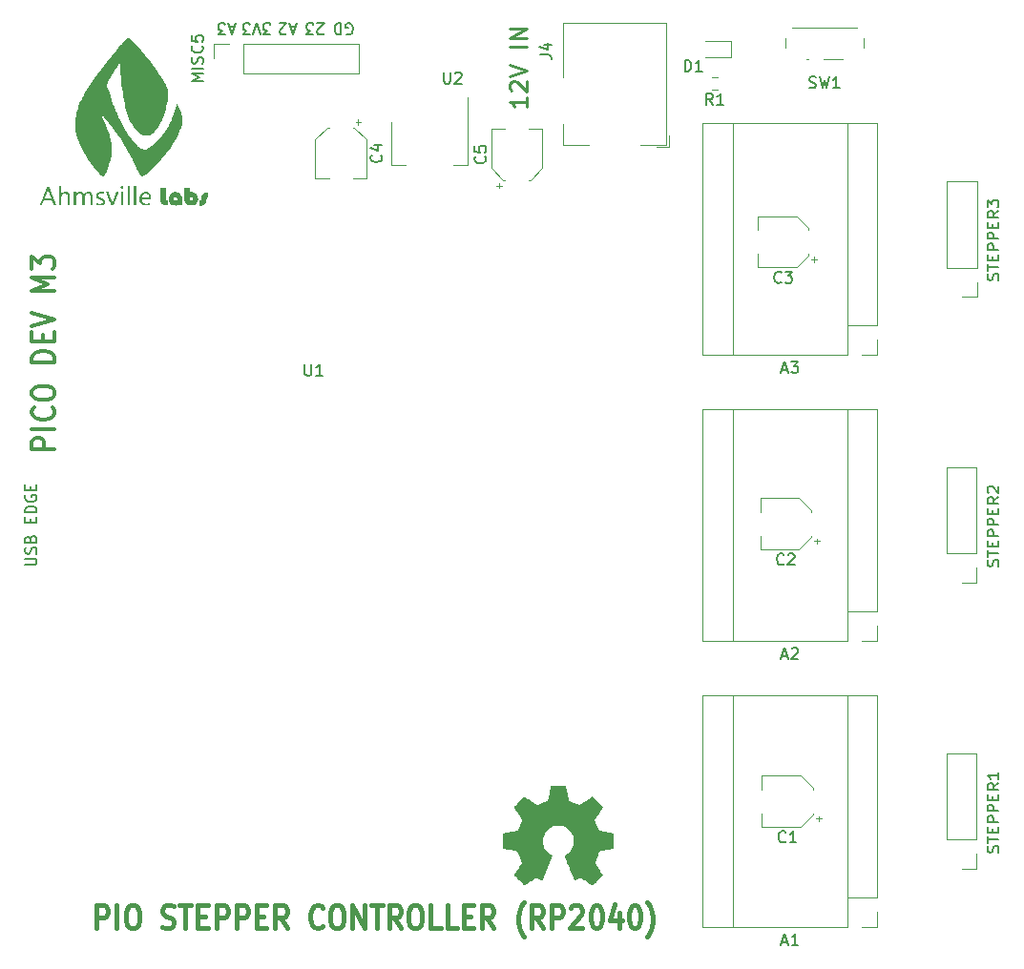
<source format=gbr>
%TF.GenerationSoftware,KiCad,Pcbnew,(6.0.9)*%
%TF.CreationDate,2023-01-29T03:00:28+01:00*%
%TF.ProjectId,Pi Pico Stepper controller,50692050-6963-46f2-9053-746570706572,0.1*%
%TF.SameCoordinates,Original*%
%TF.FileFunction,Legend,Top*%
%TF.FilePolarity,Positive*%
%FSLAX46Y46*%
G04 Gerber Fmt 4.6, Leading zero omitted, Abs format (unit mm)*
G04 Created by KiCad (PCBNEW (6.0.9)) date 2023-01-29 03:00:28*
%MOMM*%
%LPD*%
G01*
G04 APERTURE LIST*
%ADD10C,0.150000*%
%ADD11C,0.250000*%
%ADD12C,0.400000*%
%ADD13C,0.300000*%
%ADD14C,0.120000*%
G04 APERTURE END LIST*
D10*
X129270095Y-48252000D02*
X129365333Y-48299619D01*
X129508190Y-48299619D01*
X129651047Y-48252000D01*
X129746285Y-48156761D01*
X129793904Y-48061523D01*
X129841523Y-47871047D01*
X129841523Y-47728190D01*
X129793904Y-47537714D01*
X129746285Y-47442476D01*
X129651047Y-47347238D01*
X129508190Y-47299619D01*
X129412952Y-47299619D01*
X129270095Y-47347238D01*
X129222476Y-47394857D01*
X129222476Y-47728190D01*
X129412952Y-47728190D01*
X128793904Y-47299619D02*
X128793904Y-48299619D01*
X128555809Y-48299619D01*
X128412952Y-48252000D01*
X128317714Y-48156761D01*
X128270095Y-48061523D01*
X128222476Y-47871047D01*
X128222476Y-47728190D01*
X128270095Y-47537714D01*
X128317714Y-47442476D01*
X128412952Y-47347238D01*
X128555809Y-47299619D01*
X128793904Y-47299619D01*
X122523095Y-48299619D02*
X121904047Y-48299619D01*
X122237380Y-47918666D01*
X122094523Y-47918666D01*
X121999285Y-47871047D01*
X121951666Y-47823428D01*
X121904047Y-47728190D01*
X121904047Y-47490095D01*
X121951666Y-47394857D01*
X121999285Y-47347238D01*
X122094523Y-47299619D01*
X122380238Y-47299619D01*
X122475476Y-47347238D01*
X122523095Y-47394857D01*
X121618333Y-48299619D02*
X121285000Y-47299619D01*
X120951666Y-48299619D01*
X120713571Y-48299619D02*
X120094523Y-48299619D01*
X120427857Y-47918666D01*
X120285000Y-47918666D01*
X120189761Y-47871047D01*
X120142142Y-47823428D01*
X120094523Y-47728190D01*
X120094523Y-47490095D01*
X120142142Y-47394857D01*
X120189761Y-47347238D01*
X120285000Y-47299619D01*
X120570714Y-47299619D01*
X120665952Y-47347238D01*
X120713571Y-47394857D01*
D11*
X145278571Y-53842857D02*
X145278571Y-54700000D01*
X145278571Y-54271428D02*
X143778571Y-54271428D01*
X143992857Y-54414285D01*
X144135714Y-54557142D01*
X144207142Y-54700000D01*
X143921428Y-53271428D02*
X143850000Y-53200000D01*
X143778571Y-53057142D01*
X143778571Y-52700000D01*
X143850000Y-52557142D01*
X143921428Y-52485714D01*
X144064285Y-52414285D01*
X144207142Y-52414285D01*
X144421428Y-52485714D01*
X145278571Y-53342857D01*
X145278571Y-52414285D01*
X143778571Y-51985714D02*
X145278571Y-51485714D01*
X143778571Y-50985714D01*
X145278571Y-49342857D02*
X143778571Y-49342857D01*
X145278571Y-48628571D02*
X143778571Y-48628571D01*
X145278571Y-47771428D01*
X143778571Y-47771428D01*
D10*
X119332285Y-47585333D02*
X118856095Y-47585333D01*
X119427523Y-47299619D02*
X119094190Y-48299619D01*
X118760857Y-47299619D01*
X118522761Y-48299619D02*
X117903714Y-48299619D01*
X118237047Y-47918666D01*
X118094190Y-47918666D01*
X117998952Y-47871047D01*
X117951333Y-47823428D01*
X117903714Y-47728190D01*
X117903714Y-47490095D01*
X117951333Y-47394857D01*
X117998952Y-47347238D01*
X118094190Y-47299619D01*
X118379904Y-47299619D01*
X118475142Y-47347238D01*
X118522761Y-47394857D01*
X124793285Y-47585333D02*
X124317095Y-47585333D01*
X124888523Y-47299619D02*
X124555190Y-48299619D01*
X124221857Y-47299619D01*
X123936142Y-48204380D02*
X123888523Y-48252000D01*
X123793285Y-48299619D01*
X123555190Y-48299619D01*
X123459952Y-48252000D01*
X123412333Y-48204380D01*
X123364714Y-48109142D01*
X123364714Y-48013904D01*
X123412333Y-47871047D01*
X123983761Y-47299619D01*
X123364714Y-47299619D01*
D12*
X107114285Y-127604761D02*
X107114285Y-125604761D01*
X107800000Y-125604761D01*
X107971428Y-125700000D01*
X108057142Y-125795238D01*
X108142857Y-125985714D01*
X108142857Y-126271428D01*
X108057142Y-126461904D01*
X107971428Y-126557142D01*
X107800000Y-126652380D01*
X107114285Y-126652380D01*
X108914285Y-127604761D02*
X108914285Y-125604761D01*
X110114285Y-125604761D02*
X110457142Y-125604761D01*
X110628571Y-125700000D01*
X110800000Y-125890476D01*
X110885714Y-126271428D01*
X110885714Y-126938095D01*
X110800000Y-127319047D01*
X110628571Y-127509523D01*
X110457142Y-127604761D01*
X110114285Y-127604761D01*
X109942857Y-127509523D01*
X109771428Y-127319047D01*
X109685714Y-126938095D01*
X109685714Y-126271428D01*
X109771428Y-125890476D01*
X109942857Y-125700000D01*
X110114285Y-125604761D01*
X112942857Y-127509523D02*
X113200000Y-127604761D01*
X113628571Y-127604761D01*
X113800000Y-127509523D01*
X113885714Y-127414285D01*
X113971428Y-127223809D01*
X113971428Y-127033333D01*
X113885714Y-126842857D01*
X113800000Y-126747619D01*
X113628571Y-126652380D01*
X113285714Y-126557142D01*
X113114285Y-126461904D01*
X113028571Y-126366666D01*
X112942857Y-126176190D01*
X112942857Y-125985714D01*
X113028571Y-125795238D01*
X113114285Y-125700000D01*
X113285714Y-125604761D01*
X113714285Y-125604761D01*
X113971428Y-125700000D01*
X114485714Y-125604761D02*
X115514285Y-125604761D01*
X115000000Y-127604761D02*
X115000000Y-125604761D01*
X116114285Y-126557142D02*
X116714285Y-126557142D01*
X116971428Y-127604761D02*
X116114285Y-127604761D01*
X116114285Y-125604761D01*
X116971428Y-125604761D01*
X117742857Y-127604761D02*
X117742857Y-125604761D01*
X118428571Y-125604761D01*
X118600000Y-125700000D01*
X118685714Y-125795238D01*
X118771428Y-125985714D01*
X118771428Y-126271428D01*
X118685714Y-126461904D01*
X118600000Y-126557142D01*
X118428571Y-126652380D01*
X117742857Y-126652380D01*
X119542857Y-127604761D02*
X119542857Y-125604761D01*
X120228571Y-125604761D01*
X120400000Y-125700000D01*
X120485714Y-125795238D01*
X120571428Y-125985714D01*
X120571428Y-126271428D01*
X120485714Y-126461904D01*
X120400000Y-126557142D01*
X120228571Y-126652380D01*
X119542857Y-126652380D01*
X121342857Y-126557142D02*
X121942857Y-126557142D01*
X122200000Y-127604761D02*
X121342857Y-127604761D01*
X121342857Y-125604761D01*
X122200000Y-125604761D01*
X124000000Y-127604761D02*
X123400000Y-126652380D01*
X122971428Y-127604761D02*
X122971428Y-125604761D01*
X123657142Y-125604761D01*
X123828571Y-125700000D01*
X123914285Y-125795238D01*
X124000000Y-125985714D01*
X124000000Y-126271428D01*
X123914285Y-126461904D01*
X123828571Y-126557142D01*
X123657142Y-126652380D01*
X122971428Y-126652380D01*
X127171428Y-127414285D02*
X127085714Y-127509523D01*
X126828571Y-127604761D01*
X126657142Y-127604761D01*
X126400000Y-127509523D01*
X126228571Y-127319047D01*
X126142857Y-127128571D01*
X126057142Y-126747619D01*
X126057142Y-126461904D01*
X126142857Y-126080952D01*
X126228571Y-125890476D01*
X126400000Y-125700000D01*
X126657142Y-125604761D01*
X126828571Y-125604761D01*
X127085714Y-125700000D01*
X127171428Y-125795238D01*
X128285714Y-125604761D02*
X128628571Y-125604761D01*
X128800000Y-125700000D01*
X128971428Y-125890476D01*
X129057142Y-126271428D01*
X129057142Y-126938095D01*
X128971428Y-127319047D01*
X128800000Y-127509523D01*
X128628571Y-127604761D01*
X128285714Y-127604761D01*
X128114285Y-127509523D01*
X127942857Y-127319047D01*
X127857142Y-126938095D01*
X127857142Y-126271428D01*
X127942857Y-125890476D01*
X128114285Y-125700000D01*
X128285714Y-125604761D01*
X129828571Y-127604761D02*
X129828571Y-125604761D01*
X130857142Y-127604761D01*
X130857142Y-125604761D01*
X131457142Y-125604761D02*
X132485714Y-125604761D01*
X131971428Y-127604761D02*
X131971428Y-125604761D01*
X134114285Y-127604761D02*
X133514285Y-126652380D01*
X133085714Y-127604761D02*
X133085714Y-125604761D01*
X133771428Y-125604761D01*
X133942857Y-125700000D01*
X134028571Y-125795238D01*
X134114285Y-125985714D01*
X134114285Y-126271428D01*
X134028571Y-126461904D01*
X133942857Y-126557142D01*
X133771428Y-126652380D01*
X133085714Y-126652380D01*
X135228571Y-125604761D02*
X135571428Y-125604761D01*
X135742857Y-125700000D01*
X135914285Y-125890476D01*
X136000000Y-126271428D01*
X136000000Y-126938095D01*
X135914285Y-127319047D01*
X135742857Y-127509523D01*
X135571428Y-127604761D01*
X135228571Y-127604761D01*
X135057142Y-127509523D01*
X134885714Y-127319047D01*
X134800000Y-126938095D01*
X134800000Y-126271428D01*
X134885714Y-125890476D01*
X135057142Y-125700000D01*
X135228571Y-125604761D01*
X137628571Y-127604761D02*
X136771428Y-127604761D01*
X136771428Y-125604761D01*
X139085714Y-127604761D02*
X138228571Y-127604761D01*
X138228571Y-125604761D01*
X139685714Y-126557142D02*
X140285714Y-126557142D01*
X140542857Y-127604761D02*
X139685714Y-127604761D01*
X139685714Y-125604761D01*
X140542857Y-125604761D01*
X142342857Y-127604761D02*
X141742857Y-126652380D01*
X141314285Y-127604761D02*
X141314285Y-125604761D01*
X142000000Y-125604761D01*
X142171428Y-125700000D01*
X142257142Y-125795238D01*
X142342857Y-125985714D01*
X142342857Y-126271428D01*
X142257142Y-126461904D01*
X142171428Y-126557142D01*
X142000000Y-126652380D01*
X141314285Y-126652380D01*
X145000000Y-128366666D02*
X144914285Y-128271428D01*
X144742857Y-127985714D01*
X144657142Y-127795238D01*
X144571428Y-127509523D01*
X144485714Y-127033333D01*
X144485714Y-126652380D01*
X144571428Y-126176190D01*
X144657142Y-125890476D01*
X144742857Y-125700000D01*
X144914285Y-125414285D01*
X145000000Y-125319047D01*
X146714285Y-127604761D02*
X146114285Y-126652380D01*
X145685714Y-127604761D02*
X145685714Y-125604761D01*
X146371428Y-125604761D01*
X146542857Y-125700000D01*
X146628571Y-125795238D01*
X146714285Y-125985714D01*
X146714285Y-126271428D01*
X146628571Y-126461904D01*
X146542857Y-126557142D01*
X146371428Y-126652380D01*
X145685714Y-126652380D01*
X147485714Y-127604761D02*
X147485714Y-125604761D01*
X148171428Y-125604761D01*
X148342857Y-125700000D01*
X148428571Y-125795238D01*
X148514285Y-125985714D01*
X148514285Y-126271428D01*
X148428571Y-126461904D01*
X148342857Y-126557142D01*
X148171428Y-126652380D01*
X147485714Y-126652380D01*
X149200000Y-125795238D02*
X149285714Y-125700000D01*
X149457142Y-125604761D01*
X149885714Y-125604761D01*
X150057142Y-125700000D01*
X150142857Y-125795238D01*
X150228571Y-125985714D01*
X150228571Y-126176190D01*
X150142857Y-126461904D01*
X149114285Y-127604761D01*
X150228571Y-127604761D01*
X151342857Y-125604761D02*
X151514285Y-125604761D01*
X151685714Y-125700000D01*
X151771428Y-125795238D01*
X151857142Y-125985714D01*
X151942857Y-126366666D01*
X151942857Y-126842857D01*
X151857142Y-127223809D01*
X151771428Y-127414285D01*
X151685714Y-127509523D01*
X151514285Y-127604761D01*
X151342857Y-127604761D01*
X151171428Y-127509523D01*
X151085714Y-127414285D01*
X151000000Y-127223809D01*
X150914285Y-126842857D01*
X150914285Y-126366666D01*
X151000000Y-125985714D01*
X151085714Y-125795238D01*
X151171428Y-125700000D01*
X151342857Y-125604761D01*
X153485714Y-126271428D02*
X153485714Y-127604761D01*
X153057142Y-125509523D02*
X152628571Y-126938095D01*
X153742857Y-126938095D01*
X154771428Y-125604761D02*
X154942857Y-125604761D01*
X155114285Y-125700000D01*
X155200000Y-125795238D01*
X155285714Y-125985714D01*
X155371428Y-126366666D01*
X155371428Y-126842857D01*
X155285714Y-127223809D01*
X155200000Y-127414285D01*
X155114285Y-127509523D01*
X154942857Y-127604761D01*
X154771428Y-127604761D01*
X154600000Y-127509523D01*
X154514285Y-127414285D01*
X154428571Y-127223809D01*
X154342857Y-126842857D01*
X154342857Y-126366666D01*
X154428571Y-125985714D01*
X154514285Y-125795238D01*
X154600000Y-125700000D01*
X154771428Y-125604761D01*
X155971428Y-128366666D02*
X156057142Y-128271428D01*
X156228571Y-127985714D01*
X156314285Y-127795238D01*
X156400000Y-127509523D01*
X156485714Y-127033333D01*
X156485714Y-126652380D01*
X156400000Y-126176190D01*
X156314285Y-125890476D01*
X156228571Y-125700000D01*
X156057142Y-125414285D01*
X155971428Y-125319047D01*
D10*
X127253904Y-48204380D02*
X127206285Y-48252000D01*
X127111047Y-48299619D01*
X126872952Y-48299619D01*
X126777714Y-48252000D01*
X126730095Y-48204380D01*
X126682476Y-48109142D01*
X126682476Y-48013904D01*
X126730095Y-47871047D01*
X127301523Y-47299619D01*
X126682476Y-47299619D01*
X126349142Y-48299619D02*
X125730095Y-48299619D01*
X126063428Y-47918666D01*
X125920571Y-47918666D01*
X125825333Y-47871047D01*
X125777714Y-47823428D01*
X125730095Y-47728190D01*
X125730095Y-47490095D01*
X125777714Y-47394857D01*
X125825333Y-47347238D01*
X125920571Y-47299619D01*
X126206285Y-47299619D01*
X126301523Y-47347238D01*
X126349142Y-47394857D01*
%TO.C,C5*%
X141556142Y-59120066D02*
X141603761Y-59167685D01*
X141651380Y-59310542D01*
X141651380Y-59405780D01*
X141603761Y-59548638D01*
X141508523Y-59643876D01*
X141413285Y-59691495D01*
X141222809Y-59739114D01*
X141079952Y-59739114D01*
X140889476Y-59691495D01*
X140794238Y-59643876D01*
X140699000Y-59548638D01*
X140651380Y-59405780D01*
X140651380Y-59310542D01*
X140699000Y-59167685D01*
X140746619Y-59120066D01*
X140651380Y-58215304D02*
X140651380Y-58691495D01*
X141127571Y-58739114D01*
X141079952Y-58691495D01*
X141032333Y-58596257D01*
X141032333Y-58358161D01*
X141079952Y-58262923D01*
X141127571Y-58215304D01*
X141222809Y-58167685D01*
X141460904Y-58167685D01*
X141556142Y-58215304D01*
X141603761Y-58262923D01*
X141651380Y-58358161D01*
X141651380Y-58596257D01*
X141603761Y-58691495D01*
X141556142Y-58739114D01*
%TO.C,STEPPER3*%
X187094761Y-70095619D02*
X187142380Y-69952761D01*
X187142380Y-69714666D01*
X187094761Y-69619428D01*
X187047142Y-69571809D01*
X186951904Y-69524190D01*
X186856666Y-69524190D01*
X186761428Y-69571809D01*
X186713809Y-69619428D01*
X186666190Y-69714666D01*
X186618571Y-69905142D01*
X186570952Y-70000380D01*
X186523333Y-70048000D01*
X186428095Y-70095619D01*
X186332857Y-70095619D01*
X186237619Y-70048000D01*
X186190000Y-70000380D01*
X186142380Y-69905142D01*
X186142380Y-69667047D01*
X186190000Y-69524190D01*
X186142380Y-69238476D02*
X186142380Y-68667047D01*
X187142380Y-68952761D02*
X186142380Y-68952761D01*
X186618571Y-68333714D02*
X186618571Y-68000380D01*
X187142380Y-67857523D02*
X187142380Y-68333714D01*
X186142380Y-68333714D01*
X186142380Y-67857523D01*
X187142380Y-67428952D02*
X186142380Y-67428952D01*
X186142380Y-67048000D01*
X186190000Y-66952761D01*
X186237619Y-66905142D01*
X186332857Y-66857523D01*
X186475714Y-66857523D01*
X186570952Y-66905142D01*
X186618571Y-66952761D01*
X186666190Y-67048000D01*
X186666190Y-67428952D01*
X187142380Y-66428952D02*
X186142380Y-66428952D01*
X186142380Y-66048000D01*
X186190000Y-65952761D01*
X186237619Y-65905142D01*
X186332857Y-65857523D01*
X186475714Y-65857523D01*
X186570952Y-65905142D01*
X186618571Y-65952761D01*
X186666190Y-66048000D01*
X186666190Y-66428952D01*
X186618571Y-65428952D02*
X186618571Y-65095619D01*
X187142380Y-64952761D02*
X187142380Y-65428952D01*
X186142380Y-65428952D01*
X186142380Y-64952761D01*
X187142380Y-63952761D02*
X186666190Y-64286095D01*
X187142380Y-64524190D02*
X186142380Y-64524190D01*
X186142380Y-64143238D01*
X186190000Y-64048000D01*
X186237619Y-64000380D01*
X186332857Y-63952761D01*
X186475714Y-63952761D01*
X186570952Y-64000380D01*
X186618571Y-64048000D01*
X186666190Y-64143238D01*
X186666190Y-64524190D01*
X186142380Y-63619428D02*
X186142380Y-63000380D01*
X186523333Y-63333714D01*
X186523333Y-63190857D01*
X186570952Y-63095619D01*
X186618571Y-63048000D01*
X186713809Y-63000380D01*
X186951904Y-63000380D01*
X187047142Y-63048000D01*
X187094761Y-63095619D01*
X187142380Y-63190857D01*
X187142380Y-63476571D01*
X187094761Y-63571809D01*
X187047142Y-63619428D01*
%TO.C,D1*%
X159311904Y-51552380D02*
X159311904Y-50552380D01*
X159550000Y-50552380D01*
X159692857Y-50600000D01*
X159788095Y-50695238D01*
X159835714Y-50790476D01*
X159883333Y-50980952D01*
X159883333Y-51123809D01*
X159835714Y-51314285D01*
X159788095Y-51409523D01*
X159692857Y-51504761D01*
X159550000Y-51552380D01*
X159311904Y-51552380D01*
X160835714Y-51552380D02*
X160264285Y-51552380D01*
X160550000Y-51552380D02*
X160550000Y-50552380D01*
X160454761Y-50695238D01*
X160359523Y-50790476D01*
X160264285Y-50838095D01*
%TO.C,C1*%
X168235333Y-119914542D02*
X168187714Y-119962161D01*
X168044857Y-120009780D01*
X167949619Y-120009780D01*
X167806761Y-119962161D01*
X167711523Y-119866923D01*
X167663904Y-119771685D01*
X167616285Y-119581209D01*
X167616285Y-119438352D01*
X167663904Y-119247876D01*
X167711523Y-119152638D01*
X167806761Y-119057400D01*
X167949619Y-119009780D01*
X168044857Y-119009780D01*
X168187714Y-119057400D01*
X168235333Y-119105019D01*
X169187714Y-120009780D02*
X168616285Y-120009780D01*
X168902000Y-120009780D02*
X168902000Y-119009780D01*
X168806761Y-119152638D01*
X168711523Y-119247876D01*
X168616285Y-119295495D01*
%TO.C,A2*%
X167931714Y-103443066D02*
X168407904Y-103443066D01*
X167836476Y-103728780D02*
X168169809Y-102728780D01*
X168503142Y-103728780D01*
X168788857Y-102824019D02*
X168836476Y-102776400D01*
X168931714Y-102728780D01*
X169169809Y-102728780D01*
X169265047Y-102776400D01*
X169312666Y-102824019D01*
X169360285Y-102919257D01*
X169360285Y-103014495D01*
X169312666Y-103157352D01*
X168741238Y-103728780D01*
X169360285Y-103728780D01*
%TO.C,A3*%
X167931714Y-78043066D02*
X168407904Y-78043066D01*
X167836476Y-78328780D02*
X168169809Y-77328780D01*
X168503142Y-78328780D01*
X168741238Y-77328780D02*
X169360285Y-77328780D01*
X169026952Y-77709733D01*
X169169809Y-77709733D01*
X169265047Y-77757352D01*
X169312666Y-77804971D01*
X169360285Y-77900209D01*
X169360285Y-78138304D01*
X169312666Y-78233542D01*
X169265047Y-78281161D01*
X169169809Y-78328780D01*
X168884095Y-78328780D01*
X168788857Y-78281161D01*
X168741238Y-78233542D01*
%TO.C,A1*%
X167931714Y-128843066D02*
X168407904Y-128843066D01*
X167836476Y-129128780D02*
X168169809Y-128128780D01*
X168503142Y-129128780D01*
X169360285Y-129128780D02*
X168788857Y-129128780D01*
X169074571Y-129128780D02*
X169074571Y-128128780D01*
X168979333Y-128271638D01*
X168884095Y-128366876D01*
X168788857Y-128414495D01*
%TO.C,C2*%
X168086333Y-95276542D02*
X168038714Y-95324161D01*
X167895857Y-95371780D01*
X167800619Y-95371780D01*
X167657761Y-95324161D01*
X167562523Y-95228923D01*
X167514904Y-95133685D01*
X167467285Y-94943209D01*
X167467285Y-94800352D01*
X167514904Y-94609876D01*
X167562523Y-94514638D01*
X167657761Y-94419400D01*
X167800619Y-94371780D01*
X167895857Y-94371780D01*
X168038714Y-94419400D01*
X168086333Y-94467019D01*
X168467285Y-94467019D02*
X168514904Y-94419400D01*
X168610142Y-94371780D01*
X168848238Y-94371780D01*
X168943476Y-94419400D01*
X168991095Y-94467019D01*
X169038714Y-94562257D01*
X169038714Y-94657495D01*
X168991095Y-94800352D01*
X168419666Y-95371780D01*
X169038714Y-95371780D01*
%TO.C,U2*%
X137922095Y-51649380D02*
X137922095Y-52458904D01*
X137969714Y-52554142D01*
X138017333Y-52601761D01*
X138112571Y-52649380D01*
X138303047Y-52649380D01*
X138398285Y-52601761D01*
X138445904Y-52554142D01*
X138493523Y-52458904D01*
X138493523Y-51649380D01*
X138922095Y-51744619D02*
X138969714Y-51697000D01*
X139064952Y-51649380D01*
X139303047Y-51649380D01*
X139398285Y-51697000D01*
X139445904Y-51744619D01*
X139493523Y-51839857D01*
X139493523Y-51935095D01*
X139445904Y-52077952D01*
X138874476Y-52649380D01*
X139493523Y-52649380D01*
%TO.C,MISC5*%
X116554380Y-52443209D02*
X115554380Y-52443209D01*
X116268666Y-52109876D01*
X115554380Y-51776542D01*
X116554380Y-51776542D01*
X116554380Y-51300352D02*
X115554380Y-51300352D01*
X116506761Y-50871780D02*
X116554380Y-50728923D01*
X116554380Y-50490828D01*
X116506761Y-50395590D01*
X116459142Y-50347971D01*
X116363904Y-50300352D01*
X116268666Y-50300352D01*
X116173428Y-50347971D01*
X116125809Y-50395590D01*
X116078190Y-50490828D01*
X116030571Y-50681304D01*
X115982952Y-50776542D01*
X115935333Y-50824161D01*
X115840095Y-50871780D01*
X115744857Y-50871780D01*
X115649619Y-50824161D01*
X115602000Y-50776542D01*
X115554380Y-50681304D01*
X115554380Y-50443209D01*
X115602000Y-50300352D01*
X116459142Y-49300352D02*
X116506761Y-49347971D01*
X116554380Y-49490828D01*
X116554380Y-49586066D01*
X116506761Y-49728923D01*
X116411523Y-49824161D01*
X116316285Y-49871780D01*
X116125809Y-49919400D01*
X115982952Y-49919400D01*
X115792476Y-49871780D01*
X115697238Y-49824161D01*
X115602000Y-49728923D01*
X115554380Y-49586066D01*
X115554380Y-49490828D01*
X115602000Y-49347971D01*
X115649619Y-49300352D01*
X115554380Y-48395590D02*
X115554380Y-48871780D01*
X116030571Y-48919400D01*
X115982952Y-48871780D01*
X115935333Y-48776542D01*
X115935333Y-48538447D01*
X115982952Y-48443209D01*
X116030571Y-48395590D01*
X116125809Y-48347971D01*
X116363904Y-48347971D01*
X116459142Y-48395590D01*
X116506761Y-48443209D01*
X116554380Y-48538447D01*
X116554380Y-48776542D01*
X116506761Y-48871780D01*
X116459142Y-48919400D01*
%TO.C,U1*%
X125589095Y-77582780D02*
X125589095Y-78392304D01*
X125636714Y-78487542D01*
X125684333Y-78535161D01*
X125779571Y-78582780D01*
X125970047Y-78582780D01*
X126065285Y-78535161D01*
X126112904Y-78487542D01*
X126160523Y-78392304D01*
X126160523Y-77582780D01*
X127160523Y-78582780D02*
X126589095Y-78582780D01*
X126874809Y-78582780D02*
X126874809Y-77582780D01*
X126779571Y-77725638D01*
X126684333Y-77820876D01*
X126589095Y-77868495D01*
X100784380Y-95394019D02*
X101593904Y-95394019D01*
X101689142Y-95346400D01*
X101736761Y-95298780D01*
X101784380Y-95203542D01*
X101784380Y-95013066D01*
X101736761Y-94917828D01*
X101689142Y-94870209D01*
X101593904Y-94822590D01*
X100784380Y-94822590D01*
X101736761Y-94394019D02*
X101784380Y-94251161D01*
X101784380Y-94013066D01*
X101736761Y-93917828D01*
X101689142Y-93870209D01*
X101593904Y-93822590D01*
X101498666Y-93822590D01*
X101403428Y-93870209D01*
X101355809Y-93917828D01*
X101308190Y-94013066D01*
X101260571Y-94203542D01*
X101212952Y-94298780D01*
X101165333Y-94346400D01*
X101070095Y-94394019D01*
X100974857Y-94394019D01*
X100879619Y-94346400D01*
X100832000Y-94298780D01*
X100784380Y-94203542D01*
X100784380Y-93965447D01*
X100832000Y-93822590D01*
X101260571Y-93060685D02*
X101308190Y-92917828D01*
X101355809Y-92870209D01*
X101451047Y-92822590D01*
X101593904Y-92822590D01*
X101689142Y-92870209D01*
X101736761Y-92917828D01*
X101784380Y-93013066D01*
X101784380Y-93394019D01*
X100784380Y-93394019D01*
X100784380Y-93060685D01*
X100832000Y-92965447D01*
X100879619Y-92917828D01*
X100974857Y-92870209D01*
X101070095Y-92870209D01*
X101165333Y-92917828D01*
X101212952Y-92965447D01*
X101260571Y-93060685D01*
X101260571Y-93394019D01*
X101260571Y-91632114D02*
X101260571Y-91298780D01*
X101784380Y-91155923D02*
X101784380Y-91632114D01*
X100784380Y-91632114D01*
X100784380Y-91155923D01*
X101784380Y-90727352D02*
X100784380Y-90727352D01*
X100784380Y-90489257D01*
X100832000Y-90346400D01*
X100927238Y-90251161D01*
X101022476Y-90203542D01*
X101212952Y-90155923D01*
X101355809Y-90155923D01*
X101546285Y-90203542D01*
X101641523Y-90251161D01*
X101736761Y-90346400D01*
X101784380Y-90489257D01*
X101784380Y-90727352D01*
X100832000Y-89203542D02*
X100784380Y-89298780D01*
X100784380Y-89441638D01*
X100832000Y-89584495D01*
X100927238Y-89679733D01*
X101022476Y-89727352D01*
X101212952Y-89774971D01*
X101355809Y-89774971D01*
X101546285Y-89727352D01*
X101641523Y-89679733D01*
X101736761Y-89584495D01*
X101784380Y-89441638D01*
X101784380Y-89346400D01*
X101736761Y-89203542D01*
X101689142Y-89155923D01*
X101355809Y-89155923D01*
X101355809Y-89346400D01*
X101260571Y-88727352D02*
X101260571Y-88394019D01*
X101784380Y-88251161D02*
X101784380Y-88727352D01*
X100784380Y-88727352D01*
X100784380Y-88251161D01*
D13*
X103379761Y-85092114D02*
X101379761Y-85092114D01*
X101379761Y-84406400D01*
X101475000Y-84234971D01*
X101570238Y-84149257D01*
X101760714Y-84063542D01*
X102046428Y-84063542D01*
X102236904Y-84149257D01*
X102332142Y-84234971D01*
X102427380Y-84406400D01*
X102427380Y-85092114D01*
X103379761Y-83292114D02*
X101379761Y-83292114D01*
X103189285Y-81406400D02*
X103284523Y-81492114D01*
X103379761Y-81749257D01*
X103379761Y-81920685D01*
X103284523Y-82177828D01*
X103094047Y-82349257D01*
X102903571Y-82434971D01*
X102522619Y-82520685D01*
X102236904Y-82520685D01*
X101855952Y-82434971D01*
X101665476Y-82349257D01*
X101475000Y-82177828D01*
X101379761Y-81920685D01*
X101379761Y-81749257D01*
X101475000Y-81492114D01*
X101570238Y-81406400D01*
X101379761Y-80292114D02*
X101379761Y-79949257D01*
X101475000Y-79777828D01*
X101665476Y-79606400D01*
X102046428Y-79520685D01*
X102713095Y-79520685D01*
X103094047Y-79606400D01*
X103284523Y-79777828D01*
X103379761Y-79949257D01*
X103379761Y-80292114D01*
X103284523Y-80463542D01*
X103094047Y-80634971D01*
X102713095Y-80720685D01*
X102046428Y-80720685D01*
X101665476Y-80634971D01*
X101475000Y-80463542D01*
X101379761Y-80292114D01*
X103379761Y-77377828D02*
X101379761Y-77377828D01*
X101379761Y-76949257D01*
X101475000Y-76692114D01*
X101665476Y-76520685D01*
X101855952Y-76434971D01*
X102236904Y-76349257D01*
X102522619Y-76349257D01*
X102903571Y-76434971D01*
X103094047Y-76520685D01*
X103284523Y-76692114D01*
X103379761Y-76949257D01*
X103379761Y-77377828D01*
X102332142Y-75577828D02*
X102332142Y-74977828D01*
X103379761Y-74720685D02*
X103379761Y-75577828D01*
X101379761Y-75577828D01*
X101379761Y-74720685D01*
X101379761Y-74206400D02*
X103379761Y-73606400D01*
X101379761Y-73006400D01*
X103379761Y-71034971D02*
X101379761Y-71034971D01*
X102808333Y-70434971D01*
X101379761Y-69834971D01*
X103379761Y-69834971D01*
X101379761Y-69149257D02*
X101379761Y-68034971D01*
X102141666Y-68634971D01*
X102141666Y-68377828D01*
X102236904Y-68206400D01*
X102332142Y-68120685D01*
X102522619Y-68034971D01*
X102998809Y-68034971D01*
X103189285Y-68120685D01*
X103284523Y-68206400D01*
X103379761Y-68377828D01*
X103379761Y-68892114D01*
X103284523Y-69063542D01*
X103189285Y-69149257D01*
D10*
%TO.C,R1*%
X161779333Y-54536780D02*
X161446000Y-54060590D01*
X161207904Y-54536780D02*
X161207904Y-53536780D01*
X161588857Y-53536780D01*
X161684095Y-53584400D01*
X161731714Y-53632019D01*
X161779333Y-53727257D01*
X161779333Y-53870114D01*
X161731714Y-53965352D01*
X161684095Y-54012971D01*
X161588857Y-54060590D01*
X161207904Y-54060590D01*
X162731714Y-54536780D02*
X162160285Y-54536780D01*
X162446000Y-54536780D02*
X162446000Y-53536780D01*
X162350761Y-53679638D01*
X162255523Y-53774876D01*
X162160285Y-53822495D01*
%TO.C,C4*%
X132335142Y-58993066D02*
X132382761Y-59040685D01*
X132430380Y-59183542D01*
X132430380Y-59278780D01*
X132382761Y-59421638D01*
X132287523Y-59516876D01*
X132192285Y-59564495D01*
X132001809Y-59612114D01*
X131858952Y-59612114D01*
X131668476Y-59564495D01*
X131573238Y-59516876D01*
X131478000Y-59421638D01*
X131430380Y-59278780D01*
X131430380Y-59183542D01*
X131478000Y-59040685D01*
X131525619Y-58993066D01*
X131763714Y-58135923D02*
X132430380Y-58135923D01*
X131382761Y-58374019D02*
X132097047Y-58612114D01*
X132097047Y-57993066D01*
%TO.C,J4*%
X146452380Y-50083333D02*
X147166666Y-50083333D01*
X147309523Y-50130952D01*
X147404761Y-50226190D01*
X147452380Y-50369047D01*
X147452380Y-50464285D01*
X146785714Y-49178571D02*
X147452380Y-49178571D01*
X146404761Y-49416666D02*
X147119047Y-49654761D01*
X147119047Y-49035714D01*
%TO.C,SW1*%
X170362666Y-52986161D02*
X170505523Y-53033780D01*
X170743619Y-53033780D01*
X170838857Y-52986161D01*
X170886476Y-52938542D01*
X170934095Y-52843304D01*
X170934095Y-52748066D01*
X170886476Y-52652828D01*
X170838857Y-52605209D01*
X170743619Y-52557590D01*
X170553142Y-52509971D01*
X170457904Y-52462352D01*
X170410285Y-52414733D01*
X170362666Y-52319495D01*
X170362666Y-52224257D01*
X170410285Y-52129019D01*
X170457904Y-52081400D01*
X170553142Y-52033780D01*
X170791238Y-52033780D01*
X170934095Y-52081400D01*
X171267428Y-52033780D02*
X171505523Y-53033780D01*
X171696000Y-52319495D01*
X171886476Y-53033780D01*
X172124571Y-52033780D01*
X173029333Y-53033780D02*
X172457904Y-53033780D01*
X172743619Y-53033780D02*
X172743619Y-52033780D01*
X172648380Y-52176638D01*
X172553142Y-52271876D01*
X172457904Y-52319495D01*
%TO.C,STEPPER2*%
X187094761Y-95495619D02*
X187142380Y-95352761D01*
X187142380Y-95114666D01*
X187094761Y-95019428D01*
X187047142Y-94971809D01*
X186951904Y-94924190D01*
X186856666Y-94924190D01*
X186761428Y-94971809D01*
X186713809Y-95019428D01*
X186666190Y-95114666D01*
X186618571Y-95305142D01*
X186570952Y-95400380D01*
X186523333Y-95448000D01*
X186428095Y-95495619D01*
X186332857Y-95495619D01*
X186237619Y-95448000D01*
X186190000Y-95400380D01*
X186142380Y-95305142D01*
X186142380Y-95067047D01*
X186190000Y-94924190D01*
X186142380Y-94638476D02*
X186142380Y-94067047D01*
X187142380Y-94352761D02*
X186142380Y-94352761D01*
X186618571Y-93733714D02*
X186618571Y-93400380D01*
X187142380Y-93257523D02*
X187142380Y-93733714D01*
X186142380Y-93733714D01*
X186142380Y-93257523D01*
X187142380Y-92828952D02*
X186142380Y-92828952D01*
X186142380Y-92448000D01*
X186190000Y-92352761D01*
X186237619Y-92305142D01*
X186332857Y-92257523D01*
X186475714Y-92257523D01*
X186570952Y-92305142D01*
X186618571Y-92352761D01*
X186666190Y-92448000D01*
X186666190Y-92828952D01*
X187142380Y-91828952D02*
X186142380Y-91828952D01*
X186142380Y-91448000D01*
X186190000Y-91352761D01*
X186237619Y-91305142D01*
X186332857Y-91257523D01*
X186475714Y-91257523D01*
X186570952Y-91305142D01*
X186618571Y-91352761D01*
X186666190Y-91448000D01*
X186666190Y-91828952D01*
X186618571Y-90828952D02*
X186618571Y-90495619D01*
X187142380Y-90352761D02*
X187142380Y-90828952D01*
X186142380Y-90828952D01*
X186142380Y-90352761D01*
X187142380Y-89352761D02*
X186666190Y-89686095D01*
X187142380Y-89924190D02*
X186142380Y-89924190D01*
X186142380Y-89543238D01*
X186190000Y-89448000D01*
X186237619Y-89400380D01*
X186332857Y-89352761D01*
X186475714Y-89352761D01*
X186570952Y-89400380D01*
X186618571Y-89448000D01*
X186666190Y-89543238D01*
X186666190Y-89924190D01*
X186237619Y-88971809D02*
X186190000Y-88924190D01*
X186142380Y-88828952D01*
X186142380Y-88590857D01*
X186190000Y-88495619D01*
X186237619Y-88448000D01*
X186332857Y-88400380D01*
X186428095Y-88400380D01*
X186570952Y-88448000D01*
X187142380Y-89019428D01*
X187142380Y-88400380D01*
%TO.C,C3*%
X167854333Y-70257542D02*
X167806714Y-70305161D01*
X167663857Y-70352780D01*
X167568619Y-70352780D01*
X167425761Y-70305161D01*
X167330523Y-70209923D01*
X167282904Y-70114685D01*
X167235285Y-69924209D01*
X167235285Y-69781352D01*
X167282904Y-69590876D01*
X167330523Y-69495638D01*
X167425761Y-69400400D01*
X167568619Y-69352780D01*
X167663857Y-69352780D01*
X167806714Y-69400400D01*
X167854333Y-69448019D01*
X168187666Y-69352780D02*
X168806714Y-69352780D01*
X168473380Y-69733733D01*
X168616238Y-69733733D01*
X168711476Y-69781352D01*
X168759095Y-69828971D01*
X168806714Y-69924209D01*
X168806714Y-70162304D01*
X168759095Y-70257542D01*
X168711476Y-70305161D01*
X168616238Y-70352780D01*
X168330523Y-70352780D01*
X168235285Y-70305161D01*
X168187666Y-70257542D01*
%TO.C,STEPPER1*%
X187094761Y-120895619D02*
X187142380Y-120752761D01*
X187142380Y-120514666D01*
X187094761Y-120419428D01*
X187047142Y-120371809D01*
X186951904Y-120324190D01*
X186856666Y-120324190D01*
X186761428Y-120371809D01*
X186713809Y-120419428D01*
X186666190Y-120514666D01*
X186618571Y-120705142D01*
X186570952Y-120800380D01*
X186523333Y-120848000D01*
X186428095Y-120895619D01*
X186332857Y-120895619D01*
X186237619Y-120848000D01*
X186190000Y-120800380D01*
X186142380Y-120705142D01*
X186142380Y-120467047D01*
X186190000Y-120324190D01*
X186142380Y-120038476D02*
X186142380Y-119467047D01*
X187142380Y-119752761D02*
X186142380Y-119752761D01*
X186618571Y-119133714D02*
X186618571Y-118800380D01*
X187142380Y-118657523D02*
X187142380Y-119133714D01*
X186142380Y-119133714D01*
X186142380Y-118657523D01*
X187142380Y-118228952D02*
X186142380Y-118228952D01*
X186142380Y-117848000D01*
X186190000Y-117752761D01*
X186237619Y-117705142D01*
X186332857Y-117657523D01*
X186475714Y-117657523D01*
X186570952Y-117705142D01*
X186618571Y-117752761D01*
X186666190Y-117848000D01*
X186666190Y-118228952D01*
X187142380Y-117228952D02*
X186142380Y-117228952D01*
X186142380Y-116848000D01*
X186190000Y-116752761D01*
X186237619Y-116705142D01*
X186332857Y-116657523D01*
X186475714Y-116657523D01*
X186570952Y-116705142D01*
X186618571Y-116752761D01*
X186666190Y-116848000D01*
X186666190Y-117228952D01*
X186618571Y-116228952D02*
X186618571Y-115895619D01*
X187142380Y-115752761D02*
X187142380Y-116228952D01*
X186142380Y-116228952D01*
X186142380Y-115752761D01*
X187142380Y-114752761D02*
X186666190Y-115086095D01*
X187142380Y-115324190D02*
X186142380Y-115324190D01*
X186142380Y-114943238D01*
X186190000Y-114848000D01*
X186237619Y-114800380D01*
X186332857Y-114752761D01*
X186475714Y-114752761D01*
X186570952Y-114800380D01*
X186618571Y-114848000D01*
X186666190Y-114943238D01*
X186666190Y-115324190D01*
X187142380Y-113800380D02*
X187142380Y-114371809D01*
X187142380Y-114086095D02*
X186142380Y-114086095D01*
X186285238Y-114181333D01*
X186380476Y-114276571D01*
X186428095Y-114371809D01*
D14*
%TO.C,C5*%
X142839000Y-61953400D02*
X142839000Y-61453400D01*
X146659000Y-56693400D02*
X145459000Y-56693400D01*
X143203437Y-61213400D02*
X142139000Y-60148963D01*
X146659000Y-60148963D02*
X146659000Y-56693400D01*
X142589000Y-61703400D02*
X143089000Y-61703400D01*
X145594563Y-61213400D02*
X146659000Y-60148963D01*
X142139000Y-56693400D02*
X143339000Y-56693400D01*
X143203437Y-61213400D02*
X143339000Y-61213400D01*
X145594563Y-61213400D02*
X145459000Y-61213400D01*
X142139000Y-60148963D02*
X142139000Y-56693400D01*
%TO.C,STEPPER3*%
X185226000Y-61306400D02*
X182566000Y-61306400D01*
X185226000Y-70256400D02*
X185226000Y-71586400D01*
X182566000Y-68986400D02*
X182566000Y-61306400D01*
X185226000Y-68986400D02*
X185226000Y-61306400D01*
X185226000Y-71586400D02*
X183896000Y-71586400D01*
X185226000Y-68986400D02*
X182566000Y-68986400D01*
%TO.C,D1*%
X163393500Y-48871400D02*
X161108500Y-48871400D01*
X161108500Y-50341400D02*
X163393500Y-50341400D01*
X163393500Y-50341400D02*
X163393500Y-48871400D01*
%TO.C,C1*%
X169597563Y-118617400D02*
X166142000Y-118617400D01*
X166142000Y-118617400D02*
X166142000Y-117417400D01*
X170662000Y-115161837D02*
X169597563Y-114097400D01*
X169597563Y-114097400D02*
X166142000Y-114097400D01*
X170662000Y-115161837D02*
X170662000Y-115297400D01*
X171402000Y-117917400D02*
X170902000Y-117917400D01*
X170662000Y-117552963D02*
X169597563Y-118617400D01*
X166142000Y-114097400D02*
X166142000Y-115297400D01*
X171152000Y-118167400D02*
X171152000Y-117667400D01*
X170662000Y-117552963D02*
X170662000Y-117417400D01*
%TO.C,A2*%
X173726000Y-99466400D02*
X176396000Y-99466400D01*
X173726000Y-102136400D02*
X173726000Y-99466400D01*
X163566000Y-102136400D02*
X163566000Y-81556400D01*
X176396000Y-102136400D02*
X176396000Y-100736400D01*
X173726000Y-99466400D02*
X173726000Y-81556400D01*
X176396000Y-81556400D02*
X160896000Y-81556400D01*
X174996000Y-102136400D02*
X176396000Y-102136400D01*
X176396000Y-99466400D02*
X176396000Y-81556400D01*
X160896000Y-102136400D02*
X173726000Y-102136400D01*
X160896000Y-81556400D02*
X160896000Y-102136400D01*
%TO.C,A3*%
X176396000Y-74066400D02*
X176396000Y-56156400D01*
X160896000Y-76736400D02*
X173726000Y-76736400D01*
X163566000Y-76736400D02*
X163566000Y-56156400D01*
X174996000Y-76736400D02*
X176396000Y-76736400D01*
X173726000Y-74066400D02*
X173726000Y-56156400D01*
X173726000Y-74066400D02*
X176396000Y-74066400D01*
X176396000Y-56156400D02*
X160896000Y-56156400D01*
X176396000Y-76736400D02*
X176396000Y-75336400D01*
X160896000Y-56156400D02*
X160896000Y-76736400D01*
X173726000Y-76736400D02*
X173726000Y-74066400D01*
%TO.C,A1*%
X163566000Y-127536400D02*
X163566000Y-106956400D01*
X173726000Y-124866400D02*
X176396000Y-124866400D01*
X173726000Y-124866400D02*
X173726000Y-106956400D01*
X160896000Y-127536400D02*
X173726000Y-127536400D01*
X176396000Y-124866400D02*
X176396000Y-106956400D01*
X160896000Y-106956400D02*
X160896000Y-127536400D01*
X173726000Y-127536400D02*
X173726000Y-124866400D01*
X176396000Y-127536400D02*
X176396000Y-126136400D01*
X176396000Y-106956400D02*
X160896000Y-106956400D01*
X174996000Y-127536400D02*
X176396000Y-127536400D01*
%TO.C,G\u002A\u002A\u002A*%
G36*
X148262551Y-114963574D02*
G01*
X148406329Y-114964347D01*
X148521762Y-114965730D01*
X148611342Y-114967800D01*
X148677562Y-114970633D01*
X148722913Y-114974308D01*
X148749889Y-114978902D01*
X148760751Y-114984167D01*
X148767279Y-115004708D01*
X148778988Y-115054384D01*
X148795132Y-115129525D01*
X148814964Y-115226463D01*
X148837736Y-115341531D01*
X148862701Y-115471061D01*
X148889114Y-115611384D01*
X148895419Y-115645365D01*
X148922202Y-115787737D01*
X148947961Y-115920195D01*
X148971917Y-116039067D01*
X148993292Y-116140677D01*
X149011310Y-116221351D01*
X149025193Y-116277414D01*
X149034164Y-116305191D01*
X149035460Y-116307202D01*
X149058148Y-116320702D01*
X149107044Y-116344047D01*
X149177197Y-116375236D01*
X149263658Y-116412266D01*
X149361477Y-116453137D01*
X149465705Y-116495845D01*
X149571391Y-116538389D01*
X149673587Y-116578768D01*
X149767342Y-116614979D01*
X149847706Y-116645020D01*
X149909730Y-116666890D01*
X149948465Y-116678586D01*
X149957217Y-116680000D01*
X149984305Y-116670082D01*
X150037885Y-116640437D01*
X150117700Y-116591227D01*
X150223494Y-116522617D01*
X150355010Y-116434770D01*
X150511992Y-116327848D01*
X150533126Y-116313333D01*
X150652316Y-116231897D01*
X150763694Y-116156745D01*
X150864111Y-116089929D01*
X150950420Y-116033502D01*
X151019474Y-115989518D01*
X151068126Y-115960029D01*
X151093228Y-115947090D01*
X151095223Y-115946667D01*
X151113708Y-115958176D01*
X151152109Y-115990606D01*
X151207279Y-116040809D01*
X151276071Y-116105638D01*
X151355340Y-116181945D01*
X151441938Y-116266583D01*
X151532719Y-116356404D01*
X151624537Y-116448262D01*
X151714246Y-116539008D01*
X151798698Y-116625496D01*
X151874748Y-116704577D01*
X151939249Y-116773106D01*
X151989054Y-116827933D01*
X152021018Y-116865913D01*
X152032000Y-116883726D01*
X152022831Y-116903529D01*
X151996724Y-116947475D01*
X151955772Y-117012344D01*
X151902073Y-117094916D01*
X151837723Y-117191970D01*
X151764816Y-117300286D01*
X151685449Y-117416643D01*
X151680192Y-117424298D01*
X151599839Y-117541572D01*
X151525060Y-117651317D01*
X151458069Y-117750242D01*
X151401075Y-117835053D01*
X151356292Y-117902460D01*
X151325931Y-117949170D01*
X151312204Y-117971892D01*
X151312015Y-117972292D01*
X151309320Y-117987757D01*
X151312665Y-118012870D01*
X151323205Y-118050810D01*
X151342093Y-118104758D01*
X151370485Y-118177896D01*
X151409532Y-118273404D01*
X151460391Y-118394462D01*
X151492990Y-118471152D01*
X151553604Y-118611434D01*
X151606865Y-118730811D01*
X151651755Y-118827149D01*
X151687259Y-118898312D01*
X151712360Y-118942164D01*
X151723666Y-118955795D01*
X151747249Y-118963683D01*
X151799771Y-118976620D01*
X151877357Y-118993798D01*
X151976130Y-119014409D01*
X152092214Y-119037645D01*
X152221735Y-119062697D01*
X152360815Y-119088758D01*
X152365333Y-119089591D01*
X152504000Y-119115464D01*
X152632680Y-119140095D01*
X152747601Y-119162714D01*
X152844988Y-119182552D01*
X152921069Y-119198840D01*
X152972072Y-119210808D01*
X152994224Y-119217688D01*
X152994500Y-119217879D01*
X152999892Y-119238226D01*
X153004555Y-119287394D01*
X153008485Y-119361000D01*
X153011677Y-119454663D01*
X153014127Y-119564002D01*
X153015831Y-119684634D01*
X153016783Y-119812179D01*
X153016981Y-119942253D01*
X153016420Y-120070476D01*
X153015094Y-120192466D01*
X153013001Y-120303841D01*
X153010135Y-120400219D01*
X153006492Y-120477219D01*
X153002069Y-120530459D01*
X152996860Y-120555557D01*
X152995823Y-120556757D01*
X152975492Y-120562457D01*
X152926132Y-120573415D01*
X152851500Y-120588879D01*
X152755355Y-120608101D01*
X152641454Y-120630328D01*
X152513555Y-120654810D01*
X152375417Y-120680797D01*
X152367770Y-120682222D01*
X152229143Y-120708520D01*
X152100556Y-120733801D01*
X151985773Y-120757259D01*
X151888554Y-120778086D01*
X151812662Y-120795477D01*
X151761859Y-120808622D01*
X151739907Y-120816716D01*
X151739627Y-120816982D01*
X151726704Y-120839727D01*
X151704320Y-120888374D01*
X151674247Y-120958386D01*
X151638253Y-121045227D01*
X151598111Y-121144361D01*
X151555589Y-121251250D01*
X151512458Y-121361358D01*
X151470488Y-121470149D01*
X151431450Y-121573086D01*
X151397113Y-121665633D01*
X151369249Y-121743254D01*
X151349628Y-121801411D01*
X151340018Y-121835568D01*
X151339533Y-121842260D01*
X151350857Y-121861206D01*
X151378936Y-121904326D01*
X151421581Y-121968368D01*
X151476601Y-122050079D01*
X151541808Y-122146207D01*
X151615012Y-122253498D01*
X151690438Y-122363486D01*
X151768992Y-122478602D01*
X151841179Y-122586003D01*
X151904866Y-122682394D01*
X151957921Y-122764479D01*
X151998213Y-122828961D01*
X152023610Y-122872544D01*
X152031999Y-122891628D01*
X152020521Y-122910001D01*
X151988177Y-122948342D01*
X151938107Y-123003501D01*
X151873449Y-123072326D01*
X151797344Y-123151665D01*
X151712930Y-123238366D01*
X151623346Y-123329279D01*
X151531731Y-123421251D01*
X151441224Y-123511131D01*
X151354963Y-123595768D01*
X151276089Y-123672010D01*
X151207740Y-123736705D01*
X151153055Y-123786702D01*
X151115173Y-123818850D01*
X151097353Y-123830000D01*
X151078535Y-123820860D01*
X151035557Y-123794853D01*
X150971658Y-123754097D01*
X150890076Y-123700710D01*
X150794049Y-123636811D01*
X150686815Y-123564519D01*
X150575086Y-123488334D01*
X150459825Y-123409855D01*
X150352365Y-123337727D01*
X150255988Y-123274074D01*
X150173976Y-123221018D01*
X150109611Y-123180684D01*
X150066174Y-123155197D01*
X150047177Y-123146667D01*
X150022560Y-123154283D01*
X149974821Y-123175230D01*
X149909983Y-123206654D01*
X149834066Y-123245703D01*
X149800989Y-123263334D01*
X149722085Y-123304721D01*
X149651590Y-123339648D01*
X149595582Y-123365254D01*
X149560141Y-123378680D01*
X149552982Y-123380000D01*
X149544810Y-123375408D01*
X149533160Y-123360338D01*
X149517170Y-123332848D01*
X149495979Y-123290995D01*
X149468727Y-123232838D01*
X149434553Y-123156435D01*
X149392594Y-123059844D01*
X149341991Y-122941123D01*
X149281883Y-122798330D01*
X149211407Y-122629523D01*
X149129704Y-122432761D01*
X149083375Y-122320878D01*
X149009577Y-122142364D01*
X148939448Y-121972407D01*
X148874046Y-121813590D01*
X148814427Y-121668496D01*
X148761650Y-121539710D01*
X148716772Y-121429815D01*
X148680852Y-121341394D01*
X148654947Y-121277031D01*
X148640114Y-121239310D01*
X148636962Y-121230510D01*
X148640722Y-121204582D01*
X148668528Y-121175462D01*
X148701228Y-121152541D01*
X148892302Y-121017850D01*
X149052475Y-120879180D01*
X149184167Y-120733452D01*
X149289798Y-120577588D01*
X149371789Y-120408509D01*
X149432559Y-120223136D01*
X149432943Y-120221667D01*
X149453576Y-120113665D01*
X149465906Y-119987075D01*
X149469582Y-119854508D01*
X149464256Y-119728577D01*
X149449579Y-119621893D01*
X149449531Y-119621667D01*
X149390388Y-119419121D01*
X149302186Y-119229799D01*
X149187520Y-119056488D01*
X149048990Y-118901974D01*
X148889192Y-118769044D01*
X148710723Y-118660485D01*
X148516182Y-118579083D01*
X148462249Y-118562413D01*
X148328863Y-118534183D01*
X148178333Y-118518820D01*
X148024488Y-118516871D01*
X147881158Y-118528882D01*
X147831137Y-118537459D01*
X147624384Y-118595723D01*
X147432497Y-118682820D01*
X147257684Y-118796746D01*
X147102149Y-118935500D01*
X146968100Y-119097077D01*
X146857742Y-119279477D01*
X146773282Y-119480695D01*
X146765314Y-119505000D01*
X146746028Y-119577548D01*
X146732589Y-119659277D01*
X146723758Y-119759264D01*
X146719904Y-119838334D01*
X146720965Y-120014964D01*
X146739883Y-120172413D01*
X146778653Y-120320817D01*
X146839272Y-120470311D01*
X146847880Y-120488334D01*
X146930728Y-120638307D01*
X147027490Y-120771657D01*
X147143360Y-120894095D01*
X147283527Y-121011334D01*
X147396004Y-121091429D01*
X147455739Y-121133284D01*
X147504493Y-121170438D01*
X147535813Y-121197807D01*
X147543714Y-121207802D01*
X147538930Y-121226855D01*
X147522027Y-121274663D01*
X147493804Y-121349254D01*
X147455060Y-121448655D01*
X147406594Y-121570893D01*
X147349206Y-121713995D01*
X147283695Y-121875988D01*
X147210860Y-122054899D01*
X147131500Y-122248756D01*
X147046413Y-122455586D01*
X146956400Y-122673415D01*
X146862260Y-122900271D01*
X146764791Y-123134181D01*
X146719520Y-123242500D01*
X146687403Y-123314177D01*
X146662109Y-123357920D01*
X146641050Y-123377771D01*
X146631481Y-123380000D01*
X146606573Y-123372377D01*
X146558526Y-123351399D01*
X146493337Y-123319901D01*
X146417002Y-123280719D01*
X146381352Y-123261734D01*
X146284458Y-123211413D01*
X146207510Y-123175356D01*
X146153322Y-123154791D01*
X146126037Y-123150595D01*
X146104361Y-123161439D01*
X146058673Y-123189091D01*
X145992341Y-123231351D01*
X145908735Y-123286018D01*
X145811224Y-123350891D01*
X145703177Y-123423770D01*
X145600478Y-123493862D01*
X145486712Y-123571581D01*
X145381267Y-123642952D01*
X145287368Y-123705842D01*
X145208241Y-123758118D01*
X145147114Y-123797648D01*
X145107211Y-123822298D01*
X145092033Y-123830000D01*
X145076519Y-123818582D01*
X145040184Y-123786019D01*
X144985665Y-123734847D01*
X144915597Y-123667602D01*
X144832618Y-123586820D01*
X144739365Y-123495037D01*
X144638474Y-123394790D01*
X144611055Y-123367390D01*
X144509057Y-123264891D01*
X144414855Y-123169351D01*
X144330981Y-123083405D01*
X144259972Y-123009692D01*
X144204361Y-122950847D01*
X144166684Y-122909508D01*
X144149475Y-122888310D01*
X144148666Y-122886412D01*
X144157786Y-122868855D01*
X144183725Y-122827103D01*
X144224350Y-122764387D01*
X144277529Y-122683933D01*
X144341129Y-122588971D01*
X144413018Y-122482729D01*
X144484016Y-122378713D01*
X144562419Y-122263972D01*
X144635258Y-122156722D01*
X144700263Y-122060359D01*
X144755162Y-121978276D01*
X144797685Y-121913866D01*
X144825560Y-121870522D01*
X144836170Y-121852503D01*
X144839111Y-121837245D01*
X144836543Y-121812785D01*
X144827389Y-121775952D01*
X144810574Y-121723573D01*
X144785021Y-121652477D01*
X144749654Y-121559492D01*
X144703398Y-121441446D01*
X144657887Y-121326978D01*
X144609274Y-121206172D01*
X144563749Y-121094854D01*
X144522971Y-120996945D01*
X144488603Y-120916367D01*
X144462305Y-120857043D01*
X144445740Y-120822895D01*
X144441682Y-120816544D01*
X144420942Y-120808614D01*
X144371142Y-120795599D01*
X144296034Y-120778303D01*
X144199366Y-120757531D01*
X144084888Y-120734088D01*
X143956350Y-120708778D01*
X143817502Y-120682407D01*
X143811721Y-120681329D01*
X143673142Y-120655301D01*
X143544632Y-120630757D01*
X143429942Y-120608446D01*
X143332824Y-120589113D01*
X143257028Y-120573508D01*
X143206305Y-120562376D01*
X143184406Y-120556465D01*
X143184106Y-120556302D01*
X143178887Y-120536901D01*
X143174453Y-120488557D01*
X143170796Y-120415651D01*
X143167910Y-120322563D01*
X143165789Y-120213676D01*
X143164424Y-120093369D01*
X143163811Y-119966023D01*
X143163941Y-119836020D01*
X143164809Y-119707740D01*
X143166407Y-119585564D01*
X143168729Y-119473874D01*
X143171768Y-119377049D01*
X143175516Y-119299472D01*
X143179969Y-119245522D01*
X143185118Y-119219581D01*
X143186166Y-119218186D01*
X143206792Y-119211681D01*
X143256484Y-119200063D01*
X143331497Y-119184088D01*
X143428084Y-119164515D01*
X143542501Y-119142102D01*
X143671001Y-119117605D01*
X143809839Y-119091783D01*
X143823666Y-119089245D01*
X144005716Y-119055379D01*
X144155955Y-119026331D01*
X144275520Y-119001856D01*
X144365546Y-118981706D01*
X144427168Y-118965633D01*
X144461522Y-118953391D01*
X144468528Y-118948933D01*
X144483793Y-118925280D01*
X144509079Y-118876000D01*
X144542387Y-118805797D01*
X144581716Y-118719372D01*
X144625067Y-118621430D01*
X144670441Y-118516672D01*
X144715838Y-118409803D01*
X144759258Y-118305524D01*
X144798702Y-118208538D01*
X144832170Y-118123550D01*
X144857663Y-118055260D01*
X144873180Y-118008373D01*
X144876960Y-117988334D01*
X144866301Y-117967426D01*
X144838748Y-117922397D01*
X144796437Y-117856492D01*
X144741505Y-117772957D01*
X144676087Y-117675038D01*
X144602319Y-117565981D01*
X144522338Y-117449030D01*
X144515459Y-117439029D01*
X144435029Y-117321654D01*
X144360555Y-117212018D01*
X144294179Y-117113348D01*
X144238048Y-117028874D01*
X144194304Y-116961825D01*
X144165092Y-116915431D01*
X144152558Y-116892919D01*
X144152330Y-116892212D01*
X144156475Y-116877468D01*
X144174723Y-116850481D01*
X144208594Y-116809594D01*
X144259611Y-116753149D01*
X144329295Y-116679488D01*
X144419166Y-116586952D01*
X144530747Y-116473883D01*
X144600251Y-116404017D01*
X144712374Y-116292343D01*
X144813910Y-116192766D01*
X144902713Y-116107301D01*
X144976642Y-116037961D01*
X145033552Y-115986761D01*
X145071300Y-115955716D01*
X145086968Y-115946667D01*
X145107156Y-115955837D01*
X145151553Y-115981982D01*
X145216999Y-116023048D01*
X145300332Y-116076986D01*
X145398390Y-116141743D01*
X145508014Y-116215269D01*
X145626040Y-116295512D01*
X145652048Y-116313333D01*
X145802815Y-116416043D01*
X145932731Y-116502991D01*
X146040661Y-116573453D01*
X146125472Y-116626707D01*
X146186030Y-116662032D01*
X146221200Y-116678703D01*
X146227481Y-116680000D01*
X146255891Y-116673673D01*
X146309409Y-116656044D01*
X146383113Y-116629143D01*
X146472084Y-116595001D01*
X146571402Y-116555646D01*
X146676146Y-116513109D01*
X146781396Y-116469420D01*
X146882233Y-116426607D01*
X146973736Y-116386702D01*
X147050985Y-116351733D01*
X147109061Y-116323731D01*
X147143042Y-116304726D01*
X147149031Y-116299813D01*
X147158869Y-116274976D01*
X147173627Y-116219472D01*
X147192827Y-116135528D01*
X147215993Y-116025369D01*
X147242649Y-115891222D01*
X147272316Y-115735314D01*
X147287434Y-115653682D01*
X147313431Y-115513370D01*
X147338140Y-115382302D01*
X147360795Y-115264362D01*
X147380635Y-115163430D01*
X147396895Y-115083390D01*
X147408810Y-115028122D01*
X147415619Y-115001510D01*
X147415879Y-115000834D01*
X147431285Y-114963334D01*
X148087935Y-114963334D01*
X148262551Y-114963574D01*
G37*
G36*
X110050938Y-63454187D02*
G01*
X109853848Y-63454187D01*
X109853848Y-61705011D01*
X110050938Y-61705011D01*
X110050938Y-63454187D01*
G37*
G36*
X107652415Y-62254793D02*
G01*
X107728496Y-62269245D01*
X107762359Y-62279258D01*
X107804931Y-62293714D01*
X107807244Y-62389437D01*
X107807781Y-62426881D01*
X107807517Y-62457459D01*
X107806530Y-62477955D01*
X107804957Y-62485160D01*
X107795796Y-62481727D01*
X107776371Y-62472759D01*
X107752714Y-62461110D01*
X107688917Y-62434062D01*
X107622802Y-62417115D01*
X107549302Y-62409148D01*
X107513402Y-62408200D01*
X107471221Y-62408520D01*
X107440668Y-62410523D01*
X107416977Y-62414889D01*
X107395384Y-62422297D01*
X107386114Y-62426333D01*
X107335877Y-62455713D01*
X107300749Y-62491422D01*
X107280630Y-62533598D01*
X107275251Y-62574695D01*
X107277507Y-62607108D01*
X107285223Y-62635587D01*
X107299823Y-62661302D01*
X107322729Y-62685427D01*
X107355367Y-62709132D01*
X107399157Y-62733589D01*
X107455524Y-62759970D01*
X107525892Y-62789446D01*
X107545803Y-62797422D01*
X107631429Y-62834553D01*
X107701646Y-62872184D01*
X107757453Y-62911461D01*
X107799852Y-62953531D01*
X107829845Y-62999540D01*
X107848432Y-63050633D01*
X107856615Y-63107957D01*
X107856650Y-63153243D01*
X107853785Y-63194252D01*
X107848877Y-63224733D01*
X107840629Y-63250564D01*
X107830264Y-63272787D01*
X107792147Y-63329381D01*
X107740396Y-63378696D01*
X107676628Y-63419552D01*
X107602457Y-63450770D01*
X107574992Y-63459024D01*
X107544800Y-63464758D01*
X107502540Y-63469497D01*
X107452547Y-63473081D01*
X107399155Y-63475354D01*
X107346699Y-63476156D01*
X107299513Y-63475331D01*
X107261933Y-63472719D01*
X107249226Y-63470904D01*
X107209383Y-63462333D01*
X107167214Y-63451086D01*
X107128372Y-63438839D01*
X107098510Y-63427270D01*
X107092640Y-63424439D01*
X107069949Y-63412705D01*
X107069949Y-63310264D01*
X107070316Y-63271420D01*
X107071319Y-63239338D01*
X107072809Y-63217131D01*
X107074637Y-63207912D01*
X107074840Y-63207824D01*
X107084165Y-63212145D01*
X107100652Y-63222745D01*
X107103483Y-63224737D01*
X107131884Y-63241883D01*
X107170484Y-63261154D01*
X107213706Y-63280105D01*
X107255972Y-63296289D01*
X107291675Y-63307255D01*
X107325865Y-63312956D01*
X107369660Y-63316403D01*
X107417823Y-63317584D01*
X107465117Y-63316487D01*
X107506305Y-63313099D01*
X107534744Y-63307823D01*
X107586407Y-63286512D01*
X107624471Y-63256069D01*
X107648868Y-63216570D01*
X107659519Y-63168282D01*
X107658749Y-63128095D01*
X107649330Y-63092885D01*
X107629954Y-63061341D01*
X107599312Y-63032156D01*
X107556096Y-63004020D01*
X107498998Y-62975625D01*
X107443599Y-62952302D01*
X107353553Y-62914532D01*
X107278537Y-62878504D01*
X107217410Y-62843099D01*
X107169030Y-62807196D01*
X107132255Y-62769673D01*
X107105942Y-62729411D01*
X107088950Y-62685287D01*
X107080137Y-62636181D01*
X107078206Y-62593662D01*
X107079998Y-62544175D01*
X107086443Y-62504830D01*
X107099269Y-62469607D01*
X107120206Y-62432486D01*
X107127828Y-62420826D01*
X107169462Y-62371868D01*
X107224090Y-62328614D01*
X107288680Y-62293185D01*
X107337316Y-62274458D01*
X107407397Y-62257805D01*
X107486710Y-62249015D01*
X107570101Y-62248030D01*
X107652415Y-62254793D01*
G37*
G36*
X114191746Y-62284963D02*
G01*
X114248438Y-62291362D01*
X114292483Y-62300304D01*
X114376998Y-62331371D01*
X114455101Y-62375603D01*
X114524608Y-62431232D01*
X114583341Y-62496490D01*
X114629116Y-62569609D01*
X114632030Y-62575493D01*
X114646155Y-62604740D01*
X114657951Y-62630488D01*
X114667642Y-62654532D01*
X114675451Y-62678672D01*
X114681600Y-62704705D01*
X114686313Y-62734429D01*
X114689813Y-62769642D01*
X114692324Y-62812141D01*
X114694067Y-62863726D01*
X114695267Y-62926193D01*
X114696146Y-63001340D01*
X114696928Y-63090965D01*
X114696994Y-63099014D01*
X114699936Y-63454187D01*
X114263741Y-63454187D01*
X114263741Y-63164120D01*
X114263636Y-63080124D01*
X114263163Y-63010826D01*
X114262085Y-62954503D01*
X114260163Y-62909430D01*
X114257161Y-62873882D01*
X114252840Y-62846135D01*
X114246962Y-62824463D01*
X114239291Y-62807143D01*
X114229588Y-62792449D01*
X114217617Y-62778657D01*
X114209480Y-62770332D01*
X114170776Y-62741865D01*
X114128121Y-62727608D01*
X114084137Y-62726724D01*
X114041452Y-62738374D01*
X114002688Y-62761719D01*
X113970470Y-62795921D01*
X113947424Y-62840141D01*
X113942589Y-62855616D01*
X113937610Y-62880990D01*
X113938403Y-62904578D01*
X113945335Y-62934401D01*
X113946385Y-62938052D01*
X113967134Y-62983579D01*
X113998550Y-63017673D01*
X114038881Y-63039646D01*
X114086374Y-63048810D01*
X114139276Y-63044479D01*
X114183673Y-63031090D01*
X114187958Y-63030281D01*
X114191297Y-63032824D01*
X114193808Y-63040480D01*
X114195608Y-63055009D01*
X114196814Y-63078171D01*
X114197542Y-63111726D01*
X114197910Y-63157435D01*
X114198036Y-63217058D01*
X114198044Y-63247127D01*
X114197949Y-63313988D01*
X114197593Y-63366235D01*
X114196874Y-63405677D01*
X114195688Y-63434122D01*
X114193931Y-63453380D01*
X114191499Y-63465260D01*
X114188289Y-63471570D01*
X114185055Y-63473838D01*
X114167242Y-63476919D01*
X114137333Y-63478308D01*
X114099550Y-63478149D01*
X114058119Y-63476585D01*
X114017264Y-63473759D01*
X113981208Y-63469814D01*
X113959894Y-63466214D01*
X113870234Y-63439953D01*
X113788514Y-63400396D01*
X113712975Y-63346533D01*
X113653829Y-63290365D01*
X113595647Y-63219249D01*
X113551441Y-63143600D01*
X113520168Y-63061019D01*
X113500780Y-62969110D01*
X113496065Y-62928613D01*
X113495136Y-62833114D01*
X113509479Y-62740427D01*
X113537993Y-62652050D01*
X113579578Y-62569484D01*
X113633135Y-62494229D01*
X113697564Y-62427784D01*
X113771763Y-62371650D01*
X113854634Y-62327327D01*
X113945076Y-62296314D01*
X113962910Y-62292076D01*
X114009634Y-62285122D01*
X114066947Y-62281708D01*
X114129450Y-62281700D01*
X114191746Y-62284963D01*
G37*
G36*
X109951335Y-48587669D02*
G01*
X109985329Y-48604544D01*
X110028138Y-48632916D01*
X110080005Y-48672986D01*
X110141175Y-48724955D01*
X110211892Y-48789024D01*
X110292400Y-48865395D01*
X110382945Y-48954269D01*
X110408432Y-48979721D01*
X110568261Y-49143125D01*
X110734167Y-49318954D01*
X110904437Y-49505174D01*
X111077358Y-49699751D01*
X111251219Y-49900649D01*
X111424305Y-50105835D01*
X111594906Y-50313273D01*
X111761308Y-50520931D01*
X111921799Y-50726772D01*
X112074665Y-50928763D01*
X112218195Y-51124869D01*
X112240904Y-51156579D01*
X112379628Y-51352548D01*
X112510951Y-51541347D01*
X112634601Y-51722538D01*
X112750308Y-51895680D01*
X112857802Y-52060335D01*
X112956812Y-52216063D01*
X113047067Y-52362425D01*
X113128298Y-52498982D01*
X113200233Y-52625294D01*
X113262602Y-52740922D01*
X113315134Y-52845426D01*
X113357560Y-52938368D01*
X113389608Y-53019308D01*
X113392104Y-53026360D01*
X113418245Y-53117406D01*
X113437768Y-53222345D01*
X113450699Y-53341459D01*
X113457069Y-53475032D01*
X113456905Y-53623345D01*
X113456020Y-53657161D01*
X113440603Y-53924648D01*
X113410771Y-54195484D01*
X113367074Y-54466851D01*
X113310064Y-54735927D01*
X113240292Y-54999894D01*
X113158310Y-55255933D01*
X113125865Y-55345752D01*
X113090739Y-55436303D01*
X113049156Y-55537255D01*
X113002509Y-55645616D01*
X112952188Y-55758393D01*
X112899587Y-55872594D01*
X112846098Y-55985225D01*
X112793111Y-56093293D01*
X112742020Y-56193806D01*
X112694217Y-56283771D01*
X112666063Y-56334303D01*
X112566465Y-56500483D01*
X112466332Y-56650374D01*
X112365531Y-56784109D01*
X112263926Y-56901819D01*
X112161383Y-57003635D01*
X112057769Y-57089688D01*
X111952948Y-57160110D01*
X111846786Y-57215033D01*
X111739150Y-57254588D01*
X111718969Y-57260257D01*
X111682585Y-57269313D01*
X111650274Y-57275387D01*
X111616960Y-57279026D01*
X111577566Y-57280779D01*
X111527019Y-57281191D01*
X111525008Y-57281188D01*
X111449350Y-57278806D01*
X111381798Y-57271181D01*
X111317786Y-57257169D01*
X111252751Y-57235629D01*
X111182127Y-57205418D01*
X111139040Y-57184589D01*
X111070663Y-57148207D01*
X111006165Y-57108755D01*
X110943052Y-57064311D01*
X110878824Y-57012954D01*
X110810987Y-56952761D01*
X110737043Y-56881810D01*
X110707905Y-56852719D01*
X110622881Y-56764773D01*
X110548538Y-56682486D01*
X110482018Y-56602219D01*
X110420462Y-56520334D01*
X110361011Y-56433193D01*
X110300808Y-56337159D01*
X110294218Y-56326231D01*
X110192025Y-56144397D01*
X110094559Y-55946835D01*
X110001820Y-55733549D01*
X109913809Y-55504540D01*
X109830528Y-55259812D01*
X109751975Y-54999366D01*
X109678152Y-54723204D01*
X109609060Y-54431329D01*
X109544699Y-54123744D01*
X109485069Y-53800451D01*
X109430171Y-53461452D01*
X109380005Y-53106749D01*
X109334573Y-52736345D01*
X109293875Y-52350242D01*
X109258973Y-51961364D01*
X109253747Y-51896570D01*
X109247679Y-51818942D01*
X109241036Y-51732038D01*
X109234085Y-51639409D01*
X109227092Y-51544612D01*
X109220324Y-51451200D01*
X109214046Y-51362728D01*
X109213413Y-51353669D01*
X109205965Y-51248252D01*
X109199397Y-51158127D01*
X109193603Y-51082192D01*
X109188475Y-51019344D01*
X109183906Y-50968481D01*
X109179789Y-50928500D01*
X109176017Y-50898300D01*
X109172484Y-50876778D01*
X109169081Y-50862831D01*
X109165702Y-50855357D01*
X109164934Y-50854455D01*
X109153250Y-50853813D01*
X109133863Y-50866978D01*
X109107122Y-50893445D01*
X109073377Y-50932709D01*
X109032977Y-50984261D01*
X108986273Y-51047598D01*
X108933615Y-51122211D01*
X108875351Y-51207596D01*
X108811833Y-51303246D01*
X108743409Y-51408655D01*
X108670429Y-51523316D01*
X108593244Y-51646725D01*
X108512204Y-51778373D01*
X108427657Y-51917756D01*
X108411304Y-51944940D01*
X108348810Y-52049193D01*
X108294366Y-52140754D01*
X108247422Y-52220924D01*
X108207427Y-52291003D01*
X108173830Y-52352292D01*
X108146078Y-52406090D01*
X108123621Y-52453697D01*
X108105908Y-52496415D01*
X108092388Y-52535541D01*
X108082509Y-52572378D01*
X108075720Y-52608225D01*
X108071470Y-52644382D01*
X108069207Y-52682149D01*
X108068382Y-52722827D01*
X108068363Y-52753831D01*
X108068903Y-52881119D01*
X108136722Y-53111057D01*
X108243265Y-53462667D01*
X108351387Y-53799948D01*
X108461895Y-54124977D01*
X108575593Y-54439833D01*
X108693287Y-54746591D01*
X108815783Y-55047330D01*
X108943885Y-55344126D01*
X109078400Y-55639057D01*
X109220134Y-55934200D01*
X109271961Y-56038668D01*
X109367028Y-56226220D01*
X109457883Y-56400087D01*
X109545631Y-56562123D01*
X109631375Y-56714183D01*
X109716218Y-56858124D01*
X109801263Y-56995799D01*
X109887614Y-57129064D01*
X109976374Y-57259775D01*
X110068646Y-57389785D01*
X110105768Y-57440626D01*
X110239332Y-57616534D01*
X110369717Y-57776846D01*
X110496868Y-57921512D01*
X110620732Y-58050483D01*
X110741253Y-58163708D01*
X110858378Y-58261138D01*
X110972051Y-58342723D01*
X111082219Y-58408413D01*
X111188828Y-58458157D01*
X111233479Y-58474605D01*
X111265666Y-58484877D01*
X111293160Y-58491674D01*
X111321055Y-58495693D01*
X111354443Y-58497630D01*
X111398418Y-58498183D01*
X111405933Y-58498189D01*
X111449420Y-58497971D01*
X111480746Y-58496848D01*
X111504172Y-58494116D01*
X111523961Y-58489073D01*
X111544375Y-58481015D01*
X111563422Y-58472210D01*
X111593429Y-58457197D01*
X111623435Y-58440296D01*
X111655424Y-58420117D01*
X111691381Y-58395275D01*
X111733293Y-58364380D01*
X111783146Y-58326046D01*
X111842924Y-58278884D01*
X111863345Y-58262604D01*
X111972205Y-58174193D01*
X112074488Y-58087896D01*
X112173554Y-58000692D01*
X112272764Y-57909561D01*
X112375476Y-57811484D01*
X112482383Y-57706103D01*
X112568255Y-57619626D01*
X112644430Y-57541205D01*
X112713484Y-57467986D01*
X112777998Y-57397114D01*
X112840549Y-57325736D01*
X112903716Y-57250996D01*
X112970078Y-57170042D01*
X112998334Y-57134982D01*
X113095998Y-57010786D01*
X113187163Y-56889313D01*
X113272463Y-56769252D01*
X113352535Y-56649294D01*
X113428013Y-56528128D01*
X113499534Y-56404445D01*
X113567732Y-56276936D01*
X113633242Y-56144289D01*
X113696701Y-56005196D01*
X113758744Y-55858347D01*
X113820006Y-55702431D01*
X113881122Y-55536139D01*
X113942729Y-55358162D01*
X114005460Y-55167188D01*
X114069953Y-54961908D01*
X114099658Y-54864716D01*
X114127432Y-54773998D01*
X114151322Y-54697995D01*
X114171754Y-54635576D01*
X114189157Y-54585607D01*
X114203956Y-54546956D01*
X114216580Y-54518490D01*
X114227454Y-54499077D01*
X114237007Y-54487583D01*
X114243388Y-54483545D01*
X114255501Y-54483982D01*
X114272098Y-54494553D01*
X114295632Y-54516848D01*
X114297027Y-54518292D01*
X114323723Y-54551819D01*
X114353559Y-54599532D01*
X114385872Y-54659641D01*
X114419997Y-54730356D01*
X114455269Y-54809884D01*
X114491023Y-54896437D01*
X114526595Y-54988222D01*
X114561320Y-55083449D01*
X114594534Y-55180328D01*
X114625571Y-55277068D01*
X114653768Y-55371877D01*
X114678459Y-55462966D01*
X114698980Y-55548544D01*
X114714666Y-55626820D01*
X114719609Y-55656806D01*
X114729859Y-55743370D01*
X114736156Y-55839410D01*
X114738309Y-55938415D01*
X114736126Y-56033873D01*
X114732358Y-56090177D01*
X114718414Y-56211493D01*
X114698314Y-56322386D01*
X114670844Y-56428095D01*
X114634792Y-56533857D01*
X114622065Y-56566521D01*
X114493867Y-56869308D01*
X114351843Y-57172024D01*
X114197250Y-57472555D01*
X114031344Y-57768781D01*
X113855381Y-58058586D01*
X113670619Y-58339852D01*
X113478313Y-58610463D01*
X113279721Y-58868301D01*
X113192896Y-58974491D01*
X113083538Y-59103912D01*
X112973544Y-59230168D01*
X112860486Y-59355916D01*
X112741935Y-59483816D01*
X112615463Y-59616524D01*
X112478641Y-59756700D01*
X112473802Y-59761605D01*
X112366201Y-59869432D01*
X112257606Y-59975956D01*
X112148898Y-60080416D01*
X112040960Y-60182052D01*
X111934675Y-60280102D01*
X111830923Y-60373807D01*
X111730589Y-60462406D01*
X111634553Y-60545137D01*
X111543699Y-60621241D01*
X111458909Y-60689957D01*
X111381064Y-60750524D01*
X111311048Y-60802181D01*
X111249742Y-60844169D01*
X111198029Y-60875726D01*
X111158760Y-60895280D01*
X111138104Y-60902640D01*
X111124304Y-60902316D01*
X111109600Y-60894112D01*
X111109488Y-60894035D01*
X111097748Y-60885463D01*
X111087263Y-60876017D01*
X111075993Y-60863140D01*
X111061898Y-60844273D01*
X111042940Y-60816857D01*
X111017078Y-60778336D01*
X111016216Y-60777045D01*
X110998368Y-60749687D01*
X110979724Y-60719767D01*
X110959786Y-60686332D01*
X110938058Y-60648435D01*
X110914041Y-60605124D01*
X110887237Y-60555450D01*
X110857149Y-60498462D01*
X110823279Y-60433210D01*
X110785129Y-60358745D01*
X110742202Y-60274116D01*
X110694000Y-60178373D01*
X110640024Y-60070566D01*
X110579778Y-59949746D01*
X110523592Y-59836760D01*
X110435927Y-59660604D01*
X110354784Y-59498234D01*
X110279608Y-59348617D01*
X110209843Y-59210718D01*
X110144934Y-59083501D01*
X110084326Y-58965934D01*
X110027464Y-58856981D01*
X109973791Y-58755609D01*
X109922753Y-58660781D01*
X109873795Y-58571465D01*
X109826361Y-58486625D01*
X109779896Y-58405228D01*
X109733844Y-58326238D01*
X109687651Y-58248622D01*
X109640761Y-58171344D01*
X109592618Y-58093371D01*
X109558185Y-58038312D01*
X109469350Y-57898686D01*
X109375264Y-57754078D01*
X109276709Y-57605551D01*
X109174470Y-57454168D01*
X109069330Y-57300993D01*
X108962072Y-57147089D01*
X108853481Y-56993519D01*
X108744338Y-56841346D01*
X108635429Y-56691633D01*
X108527536Y-56545444D01*
X108421443Y-56403842D01*
X108317933Y-56267890D01*
X108217790Y-56138650D01*
X108121798Y-56017188D01*
X108030739Y-55904564D01*
X107945398Y-55801844D01*
X107866557Y-55710089D01*
X107795001Y-55630364D01*
X107743877Y-55576317D01*
X107694305Y-55526632D01*
X107654536Y-55489588D01*
X107624135Y-55464982D01*
X107602665Y-55452614D01*
X107589691Y-55452280D01*
X107584777Y-55463780D01*
X107587489Y-55486911D01*
X107592558Y-55506163D01*
X107598426Y-55524591D01*
X107606063Y-55545832D01*
X107616132Y-55571415D01*
X107629298Y-55602868D01*
X107646226Y-55641719D01*
X107667580Y-55689497D01*
X107694025Y-55747729D01*
X107726225Y-55817944D01*
X107759846Y-55890850D01*
X107868279Y-56131096D01*
X107966349Y-56360246D01*
X108054466Y-56579604D01*
X108133036Y-56790473D01*
X108202469Y-56994155D01*
X108263174Y-57191955D01*
X108315559Y-57385174D01*
X108360032Y-57575118D01*
X108397002Y-57763088D01*
X108426878Y-57950388D01*
X108442054Y-58067055D01*
X108449333Y-58140344D01*
X108455350Y-58225253D01*
X108460015Y-58317969D01*
X108463242Y-58414677D01*
X108464944Y-58511561D01*
X108465033Y-58604809D01*
X108463421Y-58690604D01*
X108460022Y-58765133D01*
X108458527Y-58786176D01*
X108448848Y-58891798D01*
X108436618Y-58992300D01*
X108421167Y-59091336D01*
X108401824Y-59192563D01*
X108377920Y-59299633D01*
X108348783Y-59416203D01*
X108330141Y-59486221D01*
X108283889Y-59651156D01*
X108236490Y-59809277D01*
X108188287Y-59959777D01*
X108139619Y-60101846D01*
X108090828Y-60234678D01*
X108042253Y-60357464D01*
X107994237Y-60469396D01*
X107947120Y-60569666D01*
X107901242Y-60657465D01*
X107856945Y-60731986D01*
X107814568Y-60792421D01*
X107774454Y-60837961D01*
X107751822Y-60857641D01*
X107728455Y-60873967D01*
X107709874Y-60881566D01*
X107688710Y-60882759D01*
X107675387Y-60881730D01*
X107645019Y-60874844D01*
X107610142Y-60859178D01*
X107569807Y-60834020D01*
X107523064Y-60798658D01*
X107468966Y-60752381D01*
X107406562Y-60694477D01*
X107344233Y-60633550D01*
X107228055Y-60513200D01*
X107107212Y-60379185D01*
X106982957Y-60233161D01*
X106856546Y-60076783D01*
X106729234Y-59911707D01*
X106602276Y-59739588D01*
X106476926Y-59562082D01*
X106354439Y-59380843D01*
X106236070Y-59197528D01*
X106148892Y-59056612D01*
X105977362Y-58758075D01*
X105820456Y-58452202D01*
X105678382Y-58139525D01*
X105551348Y-57820577D01*
X105439563Y-57495891D01*
X105343234Y-57166000D01*
X105262570Y-56831437D01*
X105242372Y-56734782D01*
X105232797Y-56684829D01*
X105225266Y-56638618D01*
X105219686Y-56593662D01*
X105215965Y-56547476D01*
X105214008Y-56497574D01*
X105213724Y-56441471D01*
X105215018Y-56376680D01*
X105217798Y-56300717D01*
X105221971Y-56211094D01*
X105222422Y-56202061D01*
X105238252Y-55967666D01*
X105262082Y-55741728D01*
X105294451Y-55522284D01*
X105335896Y-55307373D01*
X105386956Y-55095030D01*
X105448169Y-54883294D01*
X105520072Y-54670203D01*
X105603205Y-54453793D01*
X105698106Y-54232102D01*
X105805311Y-54003168D01*
X105850423Y-53911795D01*
X105965403Y-53690069D01*
X106093136Y-53458844D01*
X106233325Y-53218592D01*
X106385673Y-52969785D01*
X106549882Y-52712895D01*
X106725654Y-52448395D01*
X106912693Y-52176755D01*
X107110700Y-51898448D01*
X107175323Y-51809441D01*
X107270576Y-51680247D01*
X107375640Y-51540281D01*
X107489355Y-51390993D01*
X107610561Y-51233833D01*
X107738099Y-51070252D01*
X107870807Y-50901701D01*
X108007528Y-50729630D01*
X108147100Y-50555489D01*
X108288364Y-50380729D01*
X108430161Y-50206801D01*
X108571330Y-50035154D01*
X108710712Y-49867240D01*
X108847147Y-49704509D01*
X108979474Y-49548412D01*
X109036864Y-49481313D01*
X109160268Y-49338293D01*
X109274003Y-49208248D01*
X109378242Y-49091002D01*
X109473158Y-48986381D01*
X109558923Y-48894210D01*
X109635711Y-48814315D01*
X109703693Y-48746521D01*
X109763042Y-48690653D01*
X109813932Y-48646537D01*
X109856534Y-48613997D01*
X109891022Y-48592859D01*
X109917569Y-48582948D01*
X109925910Y-48582089D01*
X109951335Y-48587669D01*
G37*
G36*
X102364225Y-62698274D02*
G01*
X102400803Y-62602653D01*
X102437124Y-62507734D01*
X102472716Y-62414750D01*
X102507108Y-62324935D01*
X102539828Y-62239522D01*
X102570405Y-62159746D01*
X102598365Y-62086840D01*
X102623239Y-62022038D01*
X102644553Y-61966573D01*
X102661836Y-61921679D01*
X102673452Y-61891597D01*
X102710895Y-61794865D01*
X102814668Y-61797158D01*
X102918441Y-61799450D01*
X103235865Y-62624766D01*
X103553288Y-63450081D01*
X103446079Y-63452382D01*
X103405667Y-63452775D01*
X103371338Y-63452215D01*
X103346346Y-63450821D01*
X103333944Y-63448710D01*
X103333310Y-63448276D01*
X103329138Y-63439222D01*
X103320039Y-63416726D01*
X103306772Y-63382758D01*
X103290096Y-63339285D01*
X103270771Y-63288275D01*
X103249554Y-63231696D01*
X103242921Y-63213896D01*
X103158093Y-62985923D01*
X102809644Y-62988064D01*
X102461196Y-62990204D01*
X102378970Y-63222195D01*
X102296745Y-63454187D01*
X102186871Y-63454187D01*
X102146540Y-63453988D01*
X102112864Y-63453444D01*
X102088850Y-63452632D01*
X102077502Y-63451630D01*
X102076997Y-63451358D01*
X102079856Y-63443551D01*
X102088121Y-63421640D01*
X102101318Y-63386860D01*
X102118976Y-63340444D01*
X102140623Y-63283626D01*
X102165788Y-63217639D01*
X102193998Y-63143718D01*
X102224783Y-63063096D01*
X102257670Y-62977007D01*
X102292187Y-62886684D01*
X102322063Y-62808532D01*
X102528662Y-62808532D01*
X102536562Y-62809730D01*
X102559013Y-62810829D01*
X102594142Y-62811793D01*
X102640076Y-62812590D01*
X102694942Y-62813186D01*
X102756867Y-62813547D01*
X102811615Y-62813644D01*
X103094568Y-62813644D01*
X103083427Y-62782848D01*
X103078256Y-62768667D01*
X103068076Y-62740853D01*
X103053544Y-62701191D01*
X103035312Y-62651466D01*
X103014035Y-62593462D01*
X102990368Y-62528965D01*
X102964965Y-62459759D01*
X102951679Y-62423569D01*
X102925527Y-62351844D01*
X102900837Y-62283177D01*
X102878269Y-62219475D01*
X102858486Y-62162647D01*
X102842149Y-62114601D01*
X102829917Y-62077245D01*
X102822453Y-62052486D01*
X102820794Y-62045813D01*
X102810518Y-61996540D01*
X102799986Y-62041707D01*
X102795030Y-62058660D01*
X102785027Y-62089250D01*
X102770598Y-62131698D01*
X102752365Y-62184225D01*
X102730948Y-62245054D01*
X102706968Y-62312404D01*
X102681048Y-62384499D01*
X102659058Y-62445147D01*
X102632562Y-62518055D01*
X102607871Y-62586200D01*
X102585541Y-62648038D01*
X102566125Y-62702024D01*
X102550177Y-62746614D01*
X102538252Y-62780264D01*
X102530904Y-62801429D01*
X102528662Y-62808532D01*
X102322063Y-62808532D01*
X102327862Y-62793362D01*
X102364225Y-62698274D01*
G37*
G36*
X109421817Y-61728337D02*
G01*
X109459463Y-61747909D01*
X109486632Y-61778455D01*
X109501547Y-61818279D01*
X109503886Y-61844201D01*
X109496957Y-61889358D01*
X109476915Y-61925160D01*
X109444878Y-61950454D01*
X109401963Y-61964086D01*
X109386132Y-61965795D01*
X109353333Y-61965825D01*
X109329070Y-61959941D01*
X109313828Y-61951902D01*
X109281968Y-61923799D01*
X109262715Y-61889674D01*
X109255288Y-61852441D01*
X109258909Y-61815013D01*
X109272798Y-61780304D01*
X109296177Y-61751228D01*
X109328265Y-61730698D01*
X109368284Y-61721628D01*
X109375467Y-61721435D01*
X109421817Y-61728337D01*
G37*
G36*
X106428753Y-62249348D02*
G01*
X106477762Y-62252923D01*
X106520674Y-62258793D01*
X106552394Y-62266719D01*
X106552587Y-62266790D01*
X106616853Y-62298712D01*
X106671481Y-62343771D01*
X106716241Y-62401640D01*
X106750901Y-62471993D01*
X106775232Y-62554504D01*
X106782192Y-62591917D01*
X106784045Y-62612095D01*
X106785728Y-62647151D01*
X106787213Y-62695541D01*
X106788470Y-62755721D01*
X106789472Y-62826145D01*
X106790190Y-62905269D01*
X106790594Y-62991549D01*
X106790675Y-63049741D01*
X106790737Y-63454187D01*
X106593647Y-63454187D01*
X106593647Y-63061515D01*
X106593449Y-62961654D01*
X106592866Y-62872547D01*
X106591918Y-62795135D01*
X106590623Y-62730359D01*
X106589001Y-62679160D01*
X106587070Y-62642478D01*
X106584850Y-62621256D01*
X106584794Y-62620953D01*
X106566459Y-62552880D01*
X106538893Y-62498305D01*
X106501703Y-62456877D01*
X106454493Y-62428250D01*
X106396866Y-62412073D01*
X106343178Y-62407863D01*
X106304125Y-62408754D01*
X106275093Y-62412843D01*
X106249816Y-62421236D01*
X106238944Y-62426244D01*
X106185513Y-62461061D01*
X106137824Y-62509381D01*
X106097878Y-62568717D01*
X106067675Y-62636579D01*
X106066109Y-62641190D01*
X106061928Y-62654341D01*
X106058438Y-62667553D01*
X106055563Y-62682428D01*
X106053225Y-62700567D01*
X106051349Y-62723569D01*
X106049856Y-62753038D01*
X106048671Y-62790572D01*
X106047715Y-62837775D01*
X106046913Y-62896245D01*
X106046186Y-62967586D01*
X106045459Y-63053397D01*
X106045292Y-63074378D01*
X106042273Y-63454187D01*
X105855656Y-63454187D01*
X105852917Y-63045635D01*
X105852279Y-62953118D01*
X105851666Y-62875504D01*
X105851006Y-62811273D01*
X105850230Y-62758905D01*
X105849266Y-62716880D01*
X105848045Y-62683678D01*
X105846494Y-62657777D01*
X105844545Y-62637658D01*
X105842126Y-62621800D01*
X105839167Y-62608683D01*
X105835598Y-62596787D01*
X105831540Y-62585131D01*
X105806448Y-62526845D01*
X105776988Y-62482541D01*
X105740791Y-62449897D01*
X105695490Y-62426594D01*
X105657736Y-62414760D01*
X105593753Y-62406164D01*
X105532593Y-62412890D01*
X105475697Y-62433892D01*
X105424507Y-62468126D01*
X105380464Y-62514547D01*
X105345009Y-62572110D01*
X105319583Y-62639771D01*
X105313631Y-62664177D01*
X105310987Y-62685768D01*
X105308778Y-62723591D01*
X105307011Y-62777459D01*
X105305687Y-62847186D01*
X105304812Y-62932583D01*
X105304390Y-63033466D01*
X105304349Y-63080941D01*
X105304349Y-63454187D01*
X105107259Y-63454187D01*
X105107259Y-62271646D01*
X105303793Y-62271646D01*
X105306124Y-62357331D01*
X105308455Y-62443017D01*
X105345409Y-62396638D01*
X105398100Y-62342509D01*
X105461269Y-62297490D01*
X105517012Y-62270113D01*
X105540055Y-62262025D01*
X105563461Y-62256648D01*
X105591483Y-62253452D01*
X105628372Y-62251902D01*
X105665681Y-62251496D01*
X105709052Y-62251540D01*
X105740261Y-62252517D01*
X105763573Y-62255125D01*
X105783247Y-62260063D01*
X105803546Y-62268031D01*
X105823959Y-62277465D01*
X105877158Y-62309281D01*
X105925805Y-62350783D01*
X105965605Y-62397843D01*
X105986958Y-62434073D01*
X106007529Y-62477426D01*
X106039051Y-62431658D01*
X106090406Y-62369943D01*
X106151187Y-62318858D01*
X106218678Y-62280271D01*
X106290162Y-62256053D01*
X106296056Y-62254775D01*
X106332807Y-62250035D01*
X106378737Y-62248306D01*
X106428753Y-62249348D01*
G37*
G36*
X113239047Y-62398337D02*
G01*
X113239520Y-62503659D01*
X113239973Y-62593801D01*
X113240451Y-62670008D01*
X113240997Y-62733524D01*
X113241657Y-62785594D01*
X113242475Y-62827462D01*
X113243496Y-62860373D01*
X113244763Y-62885570D01*
X113246321Y-62904299D01*
X113248216Y-62917804D01*
X113250491Y-62927328D01*
X113253191Y-62934118D01*
X113256360Y-62939417D01*
X113258498Y-62942388D01*
X113282334Y-62966438D01*
X113313571Y-62982106D01*
X113355586Y-62990804D01*
X113378888Y-62992820D01*
X113434320Y-62996163D01*
X113434320Y-63454187D01*
X113321404Y-63453534D01*
X113274780Y-63452470D01*
X113229225Y-63450037D01*
X113189699Y-63446588D01*
X113161164Y-63442472D01*
X113159215Y-63442061D01*
X113070114Y-63414968D01*
X112991450Y-63375230D01*
X112923457Y-63323074D01*
X112866371Y-63258726D01*
X112820423Y-63182412D01*
X112785851Y-63094359D01*
X112780617Y-63076431D01*
X112777722Y-63064901D01*
X112775211Y-63051851D01*
X112773050Y-63036041D01*
X112771204Y-63016232D01*
X112769637Y-62991186D01*
X112768315Y-62959662D01*
X112767203Y-62920423D01*
X112766265Y-62872228D01*
X112765468Y-62813839D01*
X112764776Y-62744017D01*
X112764154Y-62661522D01*
X112763567Y-62565115D01*
X112762980Y-62453557D01*
X112762964Y-62450259D01*
X112760104Y-61877465D01*
X113236759Y-61877465D01*
X113239047Y-62398337D01*
G37*
G36*
X109476092Y-63454187D02*
G01*
X109279001Y-63454187D01*
X109279001Y-62271646D01*
X109476092Y-62271646D01*
X109476092Y-63454187D01*
G37*
G36*
X115357658Y-62396880D02*
G01*
X115358150Y-62505647D01*
X115358628Y-62599252D01*
X115359210Y-62678959D01*
X115360015Y-62746029D01*
X115361162Y-62801726D01*
X115362769Y-62847311D01*
X115364956Y-62884047D01*
X115367841Y-62913196D01*
X115371542Y-62936021D01*
X115376180Y-62953784D01*
X115381871Y-62967748D01*
X115388736Y-62979175D01*
X115396892Y-62989327D01*
X115406459Y-62999468D01*
X115415178Y-63008389D01*
X115450772Y-63034261D01*
X115492376Y-63047210D01*
X115536691Y-63047845D01*
X115580419Y-63036776D01*
X115620261Y-63014610D01*
X115652917Y-62981957D01*
X115665344Y-62962223D01*
X115681290Y-62916151D01*
X115682938Y-62869139D01*
X115671559Y-62824214D01*
X115648423Y-62784404D01*
X115614803Y-62752738D01*
X115571967Y-62732244D01*
X115568403Y-62731237D01*
X115528704Y-62726395D01*
X115487714Y-62734124D01*
X115452441Y-62749116D01*
X115421646Y-62764705D01*
X115421646Y-62288383D01*
X115442602Y-62283123D01*
X115459012Y-62281356D01*
X115487611Y-62280558D01*
X115524192Y-62280776D01*
X115559624Y-62281843D01*
X115653698Y-62291644D01*
X115738514Y-62313505D01*
X115816318Y-62348474D01*
X115889356Y-62397600D01*
X115959875Y-62461931D01*
X115971292Y-62473938D01*
X116032010Y-62550538D01*
X116078068Y-62634419D01*
X116109280Y-62725099D01*
X116125460Y-62822097D01*
X116127886Y-62879340D01*
X116122653Y-62966362D01*
X116106011Y-63046445D01*
X116076547Y-63125684D01*
X116065152Y-63149885D01*
X116044908Y-63188716D01*
X116025002Y-63220403D01*
X116001599Y-63250160D01*
X115970865Y-63283200D01*
X115956334Y-63297831D01*
X115887685Y-63359488D01*
X115819076Y-63406544D01*
X115747338Y-63440354D01*
X115669300Y-63462274D01*
X115581792Y-63473661D01*
X115540721Y-63475650D01*
X115488257Y-63476431D01*
X115447422Y-63475195D01*
X115413510Y-63471602D01*
X115381813Y-63465315D01*
X115375591Y-63463773D01*
X115337674Y-63452234D01*
X115294695Y-63436360D01*
X115256516Y-63419841D01*
X115172758Y-63372485D01*
X115101976Y-63316346D01*
X115043127Y-63250195D01*
X114995171Y-63172802D01*
X114957067Y-63082940D01*
X114948116Y-63055680D01*
X114925261Y-62981992D01*
X114922559Y-62429728D01*
X114919857Y-61877465D01*
X115355260Y-61877465D01*
X115357658Y-62396880D01*
G37*
G36*
X117039428Y-62778679D02*
G01*
X117000421Y-62783880D01*
X116955654Y-62795574D01*
X116920498Y-62816541D01*
X116897671Y-62845076D01*
X116895598Y-62849616D01*
X116889324Y-62870432D01*
X116882646Y-62901859D01*
X116876730Y-62938158D01*
X116875168Y-62950034D01*
X116857789Y-63053975D01*
X116832587Y-63144509D01*
X116798980Y-63222969D01*
X116756381Y-63290693D01*
X116704207Y-63349015D01*
X116698110Y-63354685D01*
X116646534Y-63396616D01*
X116592626Y-63429196D01*
X116533554Y-63453406D01*
X116466487Y-63470229D01*
X116388592Y-63480647D01*
X116322923Y-63484785D01*
X116210007Y-63489332D01*
X116210007Y-63037492D01*
X116260045Y-63031830D01*
X116305130Y-63024678D01*
X116341087Y-63013340D01*
X116369140Y-62996002D01*
X116390512Y-62970853D01*
X116406425Y-62936080D01*
X116418101Y-62889869D01*
X116426763Y-62830409D01*
X116431938Y-62776972D01*
X116436086Y-62732416D01*
X116440779Y-62689717D01*
X116445442Y-62653710D01*
X116449501Y-62629229D01*
X116449516Y-62629155D01*
X116470055Y-62567711D01*
X116504928Y-62507360D01*
X116552192Y-62451386D01*
X116558133Y-62445571D01*
X116610522Y-62401662D01*
X116666469Y-62368187D01*
X116728511Y-62344297D01*
X116799182Y-62329140D01*
X116881018Y-62321867D01*
X116929878Y-62320918D01*
X117039428Y-62320918D01*
X117039428Y-62778679D01*
G37*
G36*
X110625784Y-63454187D02*
G01*
X110428694Y-63454187D01*
X110428694Y-61705011D01*
X110625784Y-61705011D01*
X110625784Y-63454187D01*
G37*
G36*
X109037682Y-62380215D02*
G01*
X109026878Y-62407538D01*
X109010662Y-62448413D01*
X108989709Y-62501141D01*
X108964698Y-62564021D01*
X108936304Y-62635353D01*
X108905205Y-62713435D01*
X108872078Y-62796569D01*
X108837599Y-62883053D01*
X108802445Y-62971186D01*
X108802229Y-62971726D01*
X108609741Y-63454187D01*
X108417912Y-63454187D01*
X108401742Y-63411073D01*
X108396164Y-63396281D01*
X108385278Y-63367484D01*
X108369596Y-63326037D01*
X108349631Y-63273294D01*
X108325895Y-63210608D01*
X108298902Y-63139334D01*
X108269164Y-63060825D01*
X108237193Y-62976436D01*
X108203503Y-62887519D01*
X108179425Y-62823980D01*
X108145342Y-62733983D01*
X108113018Y-62648520D01*
X108082917Y-62568824D01*
X108055503Y-62496129D01*
X108031240Y-62431669D01*
X108010593Y-62376677D01*
X107994024Y-62332386D01*
X107981998Y-62300032D01*
X107974979Y-62280846D01*
X107973279Y-62275823D01*
X107980979Y-62274258D01*
X108002031Y-62272961D01*
X108033363Y-62272052D01*
X108071906Y-62271654D01*
X108078494Y-62271646D01*
X108183709Y-62271646D01*
X108320683Y-62663773D01*
X108357571Y-62769461D01*
X108389406Y-62860880D01*
X108416601Y-62939250D01*
X108439569Y-63005788D01*
X108458722Y-63061715D01*
X108474475Y-63108250D01*
X108487240Y-63146611D01*
X108497430Y-63178017D01*
X108505458Y-63203688D01*
X108511737Y-63224842D01*
X108516139Y-63240672D01*
X108526053Y-63277627D01*
X108536844Y-63226291D01*
X108541617Y-63209173D01*
X108551507Y-63178203D01*
X108565971Y-63134945D01*
X108584464Y-63080964D01*
X108606444Y-63017825D01*
X108631366Y-62947093D01*
X108658686Y-62870333D01*
X108687860Y-62789109D01*
X108710939Y-62725353D01*
X108874243Y-62275752D01*
X108977445Y-62273458D01*
X109080646Y-62271164D01*
X109037682Y-62380215D01*
G37*
G36*
X103965778Y-62461471D02*
G01*
X104004785Y-62410104D01*
X104052892Y-62358295D01*
X104112176Y-62312911D01*
X104177618Y-62277650D01*
X104192923Y-62271396D01*
X104232866Y-62260318D01*
X104283431Y-62252480D01*
X104339069Y-62248226D01*
X104394236Y-62247902D01*
X104443384Y-62251851D01*
X104460459Y-62254775D01*
X104528077Y-62276206D01*
X104589761Y-62310180D01*
X104642778Y-62354612D01*
X104684396Y-62407420D01*
X104700947Y-62438203D01*
X104711099Y-62460630D01*
X104719718Y-62480919D01*
X104726940Y-62500597D01*
X104732901Y-62521189D01*
X104737734Y-62544221D01*
X104741576Y-62571219D01*
X104744561Y-62603709D01*
X104746824Y-62643218D01*
X104748500Y-62691270D01*
X104749725Y-62749393D01*
X104750632Y-62819112D01*
X104751359Y-62901953D01*
X104752038Y-62999442D01*
X104752154Y-63016893D01*
X104755059Y-63454187D01*
X104565261Y-63454187D01*
X104565118Y-63115438D01*
X104564850Y-63008127D01*
X104564039Y-62915786D01*
X104562529Y-62836964D01*
X104560162Y-62770213D01*
X104556784Y-62714081D01*
X104552237Y-62667120D01*
X104546366Y-62627879D01*
X104539013Y-62594909D01*
X104530023Y-62566759D01*
X104519240Y-62541980D01*
X104506506Y-62519121D01*
X104499682Y-62508445D01*
X104465796Y-62468029D01*
X104423679Y-62438450D01*
X104370200Y-62417642D01*
X104356450Y-62413999D01*
X104289678Y-62405447D01*
X104224826Y-62412217D01*
X104163535Y-62433208D01*
X104107447Y-62467321D01*
X104058206Y-62513454D01*
X104017452Y-62570508D01*
X103986829Y-62637382D01*
X103977437Y-62667928D01*
X103974557Y-62682190D01*
X103972165Y-62702325D01*
X103970225Y-62729720D01*
X103968696Y-62765762D01*
X103967541Y-62811839D01*
X103966720Y-62869339D01*
X103966196Y-62939649D01*
X103965928Y-63024158D01*
X103965875Y-63082590D01*
X103965778Y-63454187D01*
X103768688Y-63454187D01*
X103768688Y-61705011D01*
X103965778Y-61705011D01*
X103965778Y-62461471D01*
G37*
G36*
X110940644Y-62694568D02*
G01*
X110969604Y-62601040D01*
X111011867Y-62514837D01*
X111066239Y-62437559D01*
X111131529Y-62370807D01*
X111206544Y-62316182D01*
X111234117Y-62300622D01*
X111298769Y-62272565D01*
X111367197Y-62255242D01*
X111443817Y-62247664D01*
X111472369Y-62247131D01*
X111565927Y-62253833D01*
X111650293Y-62274127D01*
X111725238Y-62307838D01*
X111790528Y-62354794D01*
X111845934Y-62414820D01*
X111891224Y-62487744D01*
X111926167Y-62573392D01*
X111931899Y-62592051D01*
X111939879Y-62623712D01*
X111945729Y-62658271D01*
X111949895Y-62699588D01*
X111952825Y-62751520D01*
X111953971Y-62782848D01*
X111958106Y-62912189D01*
X111126722Y-62912189D01*
X111126843Y-62947090D01*
X111130942Y-62991391D01*
X111141825Y-63042840D01*
X111157769Y-63094534D01*
X111172591Y-63130541D01*
X111208804Y-63188963D01*
X111256160Y-63236917D01*
X111312971Y-63274189D01*
X111377550Y-63300569D01*
X111448211Y-63315842D01*
X111523268Y-63319797D01*
X111601033Y-63312221D01*
X111679820Y-63292901D01*
X111757942Y-63261626D01*
X111833712Y-63218182D01*
X111839121Y-63214518D01*
X111874022Y-63190611D01*
X111874022Y-63379381D01*
X111814485Y-63408578D01*
X111759483Y-63432920D01*
X111705173Y-63450893D01*
X111647447Y-63463361D01*
X111582196Y-63471188D01*
X111505311Y-63475238D01*
X111496266Y-63475483D01*
X111442125Y-63476423D01*
X111400531Y-63475999D01*
X111367647Y-63473967D01*
X111339635Y-63470086D01*
X111312656Y-63464113D01*
X111311494Y-63463814D01*
X111225036Y-63434148D01*
X111149887Y-63392665D01*
X111085757Y-63339182D01*
X111047097Y-63294276D01*
X111012736Y-63244642D01*
X110986548Y-63196514D01*
X110965638Y-63143769D01*
X110948441Y-63085373D01*
X110936228Y-63023544D01*
X110928540Y-62951910D01*
X110925487Y-62875941D01*
X110927177Y-62801104D01*
X110932274Y-62747947D01*
X111125978Y-62747947D01*
X111759053Y-62747947D01*
X111759053Y-62720325D01*
X111753151Y-62660328D01*
X111736762Y-62599002D01*
X111711866Y-62541906D01*
X111680442Y-62494597D01*
X111677452Y-62491113D01*
X111645771Y-62463633D01*
X111603407Y-62438689D01*
X111556102Y-62419067D01*
X111509596Y-62407551D01*
X111503520Y-62406749D01*
X111436250Y-62406961D01*
X111368771Y-62422173D01*
X111304488Y-62451365D01*
X111264739Y-62478363D01*
X111229910Y-62513055D01*
X111196489Y-62559470D01*
X111167073Y-62612951D01*
X111144260Y-62668843D01*
X111131557Y-62717152D01*
X111125978Y-62747947D01*
X110932274Y-62747947D01*
X110933720Y-62732869D01*
X110940644Y-62694568D01*
G37*
%TO.C,C2*%
X170513000Y-90523837D02*
X169448563Y-89459400D01*
X169448563Y-93979400D02*
X165993000Y-93979400D01*
X165993000Y-89459400D02*
X165993000Y-90659400D01*
X170513000Y-90523837D02*
X170513000Y-90659400D01*
X171003000Y-93529400D02*
X171003000Y-93029400D01*
X169448563Y-89459400D02*
X165993000Y-89459400D01*
X170513000Y-92914963D02*
X169448563Y-93979400D01*
X165993000Y-93979400D02*
X165993000Y-92779400D01*
X170513000Y-92914963D02*
X170513000Y-92779400D01*
X171253000Y-93279400D02*
X170753000Y-93279400D01*
%TO.C,U2*%
X133242000Y-59847400D02*
X134502000Y-59847400D01*
X140062000Y-53837400D02*
X140062000Y-59847400D01*
X133242000Y-56087400D02*
X133242000Y-59847400D01*
X140062000Y-59847400D02*
X138802000Y-59847400D01*
%TO.C,MISC5*%
X117542000Y-49089400D02*
X118872000Y-49089400D01*
X120142000Y-51749400D02*
X130362000Y-51749400D01*
X130362000Y-51749400D02*
X130362000Y-49089400D01*
X120142000Y-49089400D02*
X130362000Y-49089400D01*
X120142000Y-51749400D02*
X120142000Y-49089400D01*
X117542000Y-50419400D02*
X117542000Y-49089400D01*
%TO.C,R1*%
X162183258Y-53176900D02*
X161708742Y-53176900D01*
X162183258Y-52131900D02*
X161708742Y-52131900D01*
%TO.C,C4*%
X130338000Y-55826400D02*
X130338000Y-56326400D01*
X126518000Y-61086400D02*
X127718000Y-61086400D01*
X129973563Y-56566400D02*
X129838000Y-56566400D01*
X129973563Y-56566400D02*
X131038000Y-57630837D01*
X131038000Y-57630837D02*
X131038000Y-61086400D01*
X131038000Y-61086400D02*
X129838000Y-61086400D01*
X126518000Y-57630837D02*
X126518000Y-61086400D01*
X130588000Y-56076400D02*
X130088000Y-56076400D01*
X127582437Y-56566400D02*
X126518000Y-57630837D01*
X127582437Y-56566400D02*
X127718000Y-56566400D01*
%TO.C,J4*%
X148460400Y-58100800D02*
X148460400Y-56200800D01*
X157660400Y-47294800D02*
X157660400Y-58100800D01*
X156810400Y-58300800D02*
X157860400Y-58300800D01*
X148460400Y-47294800D02*
X157660400Y-47294800D01*
X148488400Y-52120800D02*
X148460400Y-47294800D01*
X157660400Y-58100800D02*
X155346400Y-58100800D01*
X150774400Y-58100800D02*
X148460400Y-58100800D01*
X157860400Y-57250800D02*
X157860400Y-58300800D01*
%TO.C,SW1*%
X175146000Y-49451400D02*
X175146000Y-48661400D01*
X173296000Y-50501400D02*
X171596000Y-50501400D01*
X168246000Y-48661400D02*
X168246000Y-49451400D01*
X174546000Y-47651400D02*
X168846000Y-47651400D01*
X170296000Y-50501400D02*
X170096000Y-50501400D01*
%TO.C,STEPPER2*%
X182541000Y-94376400D02*
X182541000Y-86696400D01*
X185201000Y-94376400D02*
X182541000Y-94376400D01*
X185201000Y-94376400D02*
X185201000Y-86696400D01*
X185201000Y-96976400D02*
X183871000Y-96976400D01*
X185201000Y-86696400D02*
X182541000Y-86696400D01*
X185201000Y-95646400D02*
X185201000Y-96976400D01*
%TO.C,C3*%
X165761000Y-68960400D02*
X165761000Y-67760400D01*
X169216563Y-68960400D02*
X165761000Y-68960400D01*
X170281000Y-65504837D02*
X169216563Y-64440400D01*
X170771000Y-68510400D02*
X170771000Y-68010400D01*
X165761000Y-64440400D02*
X165761000Y-65640400D01*
X169216563Y-64440400D02*
X165761000Y-64440400D01*
X171021000Y-68260400D02*
X170521000Y-68260400D01*
X170281000Y-67895963D02*
X170281000Y-67760400D01*
X170281000Y-65504837D02*
X170281000Y-65640400D01*
X170281000Y-67895963D02*
X169216563Y-68960400D01*
%TO.C,STEPPER1*%
X185201000Y-119776400D02*
X182541000Y-119776400D01*
X185201000Y-112096400D02*
X182541000Y-112096400D01*
X185201000Y-121046400D02*
X185201000Y-122376400D01*
X185201000Y-119776400D02*
X185201000Y-112096400D01*
X185201000Y-122376400D02*
X183871000Y-122376400D01*
X182541000Y-119776400D02*
X182541000Y-112096400D01*
%TD*%
M02*

</source>
